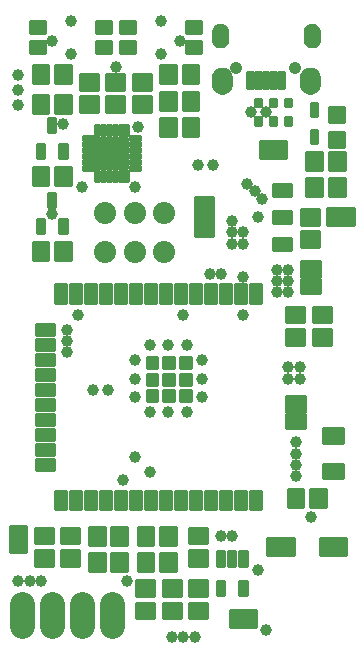
<source format=gts>
G75*
%MOIN*%
%OFA0B0*%
%FSLAX25Y25*%
%IPPOS*%
%LPD*%
%AMOC8*
5,1,8,0,0,1.08239X$1,22.5*
%
%ADD10C,0.03953*%
%ADD11C,0.01224*%
%ADD12C,0.01194*%
%ADD13C,0.01202*%
%ADD14C,0.01185*%
%ADD15C,0.01208*%
%ADD16C,0.01185*%
%ADD17C,0.01177*%
%ADD18C,0.01187*%
%ADD19C,0.01176*%
%ADD20R,0.07200X0.00600*%
%ADD21C,0.01192*%
%ADD22C,0.04150*%
%ADD23C,0.00039*%
%ADD24C,0.01227*%
%ADD25C,0.07378*%
%ADD26C,0.08200*%
%ADD27C,0.01200*%
%ADD28C,0.01214*%
%ADD29C,0.01237*%
D10*
X0007500Y0026250D03*
X0011250Y0026250D03*
X0015000Y0026250D03*
X0043750Y0026250D03*
X0058750Y0007500D03*
X0062500Y0007500D03*
X0066250Y0007500D03*
X0087500Y0030000D03*
X0078750Y0041250D03*
X0075000Y0041250D03*
X0051250Y0062500D03*
X0046250Y0067500D03*
X0042500Y0060000D03*
X0051250Y0082500D03*
X0046250Y0087500D03*
X0046250Y0093750D03*
X0046250Y0100000D03*
X0051250Y0105000D03*
X0057500Y0105000D03*
X0063750Y0105000D03*
X0068750Y0100000D03*
X0068750Y0093750D03*
X0068750Y0087500D03*
X0063750Y0082500D03*
X0057500Y0082500D03*
X0037500Y0090000D03*
X0032500Y0090000D03*
X0023750Y0102500D03*
X0023750Y0106250D03*
X0023750Y0110000D03*
X0027500Y0115000D03*
X0018750Y0148750D03*
X0028750Y0157500D03*
X0036250Y0168750D03*
X0038750Y0166250D03*
X0041250Y0168750D03*
X0038750Y0171250D03*
X0047500Y0177500D03*
X0046250Y0157500D03*
X0067500Y0165000D03*
X0072500Y0165000D03*
X0083750Y0158750D03*
X0086250Y0156250D03*
X0088750Y0153750D03*
X0087500Y0147500D03*
X0082500Y0142500D03*
X0082500Y0138750D03*
X0078750Y0138750D03*
X0078750Y0142500D03*
X0078750Y0146250D03*
X0075000Y0128750D03*
X0071250Y0128750D03*
X0082500Y0127500D03*
X0093750Y0126250D03*
X0093750Y0122500D03*
X0097500Y0122500D03*
X0097500Y0126250D03*
X0097500Y0130000D03*
X0093750Y0130000D03*
X0082500Y0115000D03*
X0097500Y0097500D03*
X0097500Y0093750D03*
X0101250Y0093750D03*
X0101250Y0097500D03*
X0100000Y0072500D03*
X0100000Y0068750D03*
X0100000Y0065000D03*
X0100000Y0061250D03*
X0105000Y0047500D03*
X0090000Y0010000D03*
X0062500Y0115000D03*
X0022500Y0178750D03*
X0007500Y0185000D03*
X0007500Y0190000D03*
X0007500Y0195000D03*
X0018750Y0206250D03*
X0025000Y0202087D03*
X0025000Y0202087D03*
X0025000Y0212913D03*
X0025000Y0212913D03*
X0040000Y0197500D03*
X0055000Y0202087D03*
X0055000Y0202087D03*
X0061250Y0206250D03*
X0055000Y0212913D03*
X0055000Y0212913D03*
X0085000Y0182500D03*
X0090000Y0182500D03*
D11*
X0103813Y0169091D02*
X0108707Y0169091D01*
X0108707Y0163409D01*
X0103813Y0163409D01*
X0103813Y0169091D01*
X0103813Y0164572D02*
X0108707Y0164572D01*
X0108707Y0165735D02*
X0103813Y0165735D01*
X0103813Y0166898D02*
X0108707Y0166898D01*
X0108707Y0168061D02*
X0103813Y0168061D01*
X0103813Y0154659D02*
X0108707Y0154659D01*
X0103813Y0154659D02*
X0103813Y0160341D01*
X0108707Y0160341D01*
X0108707Y0154659D01*
X0108707Y0155822D02*
X0103813Y0155822D01*
X0103813Y0156985D02*
X0108707Y0156985D01*
X0108707Y0158148D02*
X0103813Y0158148D01*
X0103813Y0159311D02*
X0108707Y0159311D01*
X0111293Y0154659D02*
X0116187Y0154659D01*
X0111293Y0154659D02*
X0111293Y0160341D01*
X0116187Y0160341D01*
X0116187Y0154659D01*
X0116187Y0155822D02*
X0111293Y0155822D01*
X0111293Y0156985D02*
X0116187Y0156985D01*
X0116187Y0158148D02*
X0111293Y0158148D01*
X0111293Y0159311D02*
X0116187Y0159311D01*
X0116187Y0169091D02*
X0111293Y0169091D01*
X0116187Y0169091D02*
X0116187Y0163409D01*
X0111293Y0163409D01*
X0111293Y0169091D01*
X0111293Y0164572D02*
X0116187Y0164572D01*
X0116187Y0165735D02*
X0111293Y0165735D01*
X0111293Y0166898D02*
X0116187Y0166898D01*
X0116187Y0168061D02*
X0111293Y0168061D01*
X0102159Y0149937D02*
X0102159Y0145043D01*
X0102159Y0149937D02*
X0107841Y0149937D01*
X0107841Y0145043D01*
X0102159Y0145043D01*
X0102159Y0146206D02*
X0107841Y0146206D01*
X0107841Y0147369D02*
X0102159Y0147369D01*
X0102159Y0148532D02*
X0107841Y0148532D01*
X0107841Y0149695D02*
X0102159Y0149695D01*
X0102159Y0142457D02*
X0102159Y0137563D01*
X0102159Y0142457D02*
X0107841Y0142457D01*
X0107841Y0137563D01*
X0102159Y0137563D01*
X0102159Y0138726D02*
X0107841Y0138726D01*
X0107841Y0139889D02*
X0102159Y0139889D01*
X0102159Y0141052D02*
X0107841Y0141052D01*
X0107841Y0142215D02*
X0102159Y0142215D01*
X0102841Y0117437D02*
X0102841Y0112543D01*
X0097159Y0112543D01*
X0097159Y0117437D01*
X0102841Y0117437D01*
X0102841Y0113706D02*
X0097159Y0113706D01*
X0097159Y0114869D02*
X0102841Y0114869D01*
X0102841Y0116032D02*
X0097159Y0116032D01*
X0097159Y0117195D02*
X0102841Y0117195D01*
X0111591Y0117437D02*
X0111591Y0112543D01*
X0105909Y0112543D01*
X0105909Y0117437D01*
X0111591Y0117437D01*
X0111591Y0113706D02*
X0105909Y0113706D01*
X0105909Y0114869D02*
X0111591Y0114869D01*
X0111591Y0116032D02*
X0105909Y0116032D01*
X0105909Y0117195D02*
X0111591Y0117195D01*
X0111591Y0109957D02*
X0111591Y0105063D01*
X0105909Y0105063D01*
X0105909Y0109957D01*
X0111591Y0109957D01*
X0111591Y0106226D02*
X0105909Y0106226D01*
X0105909Y0107389D02*
X0111591Y0107389D01*
X0111591Y0108552D02*
X0105909Y0108552D01*
X0105909Y0109715D02*
X0111591Y0109715D01*
X0102841Y0109957D02*
X0102841Y0105063D01*
X0097159Y0105063D01*
X0097159Y0109957D01*
X0102841Y0109957D01*
X0102841Y0106226D02*
X0097159Y0106226D01*
X0097159Y0107389D02*
X0102841Y0107389D01*
X0102841Y0108552D02*
X0097159Y0108552D01*
X0097159Y0109715D02*
X0102841Y0109715D01*
X0102457Y0056591D02*
X0097563Y0056591D01*
X0102457Y0056591D02*
X0102457Y0050909D01*
X0097563Y0050909D01*
X0097563Y0056591D01*
X0097563Y0052072D02*
X0102457Y0052072D01*
X0102457Y0053235D02*
X0097563Y0053235D01*
X0097563Y0054398D02*
X0102457Y0054398D01*
X0102457Y0055561D02*
X0097563Y0055561D01*
X0105043Y0056591D02*
X0109937Y0056591D01*
X0109937Y0050909D01*
X0105043Y0050909D01*
X0105043Y0056591D01*
X0105043Y0052072D02*
X0109937Y0052072D01*
X0109937Y0053235D02*
X0105043Y0053235D01*
X0105043Y0054398D02*
X0109937Y0054398D01*
X0109937Y0055561D02*
X0105043Y0055561D01*
X0070341Y0043687D02*
X0070341Y0038793D01*
X0064659Y0038793D01*
X0064659Y0043687D01*
X0070341Y0043687D01*
X0070341Y0039956D02*
X0064659Y0039956D01*
X0064659Y0041119D02*
X0070341Y0041119D01*
X0070341Y0042282D02*
X0064659Y0042282D01*
X0064659Y0043445D02*
X0070341Y0043445D01*
X0070341Y0036207D02*
X0070341Y0031313D01*
X0064659Y0031313D01*
X0064659Y0036207D01*
X0070341Y0036207D01*
X0070341Y0032476D02*
X0064659Y0032476D01*
X0064659Y0033639D02*
X0070341Y0033639D01*
X0070341Y0034802D02*
X0064659Y0034802D01*
X0064659Y0035965D02*
X0070341Y0035965D01*
X0070341Y0026187D02*
X0070341Y0021293D01*
X0064659Y0021293D01*
X0064659Y0026187D01*
X0070341Y0026187D01*
X0070341Y0022456D02*
X0064659Y0022456D01*
X0064659Y0023619D02*
X0070341Y0023619D01*
X0070341Y0024782D02*
X0064659Y0024782D01*
X0064659Y0025945D02*
X0070341Y0025945D01*
X0070341Y0018707D02*
X0070341Y0013813D01*
X0064659Y0013813D01*
X0064659Y0018707D01*
X0070341Y0018707D01*
X0070341Y0014976D02*
X0064659Y0014976D01*
X0064659Y0016139D02*
X0070341Y0016139D01*
X0070341Y0017302D02*
X0064659Y0017302D01*
X0064659Y0018465D02*
X0070341Y0018465D01*
X0055909Y0018707D02*
X0055909Y0013813D01*
X0055909Y0018707D02*
X0061591Y0018707D01*
X0061591Y0013813D01*
X0055909Y0013813D01*
X0055909Y0014976D02*
X0061591Y0014976D01*
X0061591Y0016139D02*
X0055909Y0016139D01*
X0055909Y0017302D02*
X0061591Y0017302D01*
X0061591Y0018465D02*
X0055909Y0018465D01*
X0055909Y0021293D02*
X0055909Y0026187D01*
X0061591Y0026187D01*
X0061591Y0021293D01*
X0055909Y0021293D01*
X0055909Y0022456D02*
X0061591Y0022456D01*
X0061591Y0023619D02*
X0055909Y0023619D01*
X0055909Y0024782D02*
X0061591Y0024782D01*
X0061591Y0025945D02*
X0055909Y0025945D01*
X0047159Y0026187D02*
X0047159Y0021293D01*
X0047159Y0026187D02*
X0052841Y0026187D01*
X0052841Y0021293D01*
X0047159Y0021293D01*
X0047159Y0022456D02*
X0052841Y0022456D01*
X0052841Y0023619D02*
X0047159Y0023619D01*
X0047159Y0024782D02*
X0052841Y0024782D01*
X0052841Y0025945D02*
X0047159Y0025945D01*
X0047563Y0035341D02*
X0052457Y0035341D01*
X0052457Y0029659D01*
X0047563Y0029659D01*
X0047563Y0035341D01*
X0047563Y0030822D02*
X0052457Y0030822D01*
X0052457Y0031985D02*
X0047563Y0031985D01*
X0047563Y0033148D02*
X0052457Y0033148D01*
X0052457Y0034311D02*
X0047563Y0034311D01*
X0047563Y0038409D02*
X0052457Y0038409D01*
X0047563Y0038409D02*
X0047563Y0044091D01*
X0052457Y0044091D01*
X0052457Y0038409D01*
X0052457Y0039572D02*
X0047563Y0039572D01*
X0047563Y0040735D02*
X0052457Y0040735D01*
X0052457Y0041898D02*
X0047563Y0041898D01*
X0047563Y0043061D02*
X0052457Y0043061D01*
X0055043Y0038409D02*
X0059937Y0038409D01*
X0055043Y0038409D02*
X0055043Y0044091D01*
X0059937Y0044091D01*
X0059937Y0038409D01*
X0059937Y0039572D02*
X0055043Y0039572D01*
X0055043Y0040735D02*
X0059937Y0040735D01*
X0059937Y0041898D02*
X0055043Y0041898D01*
X0055043Y0043061D02*
X0059937Y0043061D01*
X0059937Y0035341D02*
X0055043Y0035341D01*
X0059937Y0035341D02*
X0059937Y0029659D01*
X0055043Y0029659D01*
X0055043Y0035341D01*
X0055043Y0030822D02*
X0059937Y0030822D01*
X0059937Y0031985D02*
X0055043Y0031985D01*
X0055043Y0033148D02*
X0059937Y0033148D01*
X0059937Y0034311D02*
X0055043Y0034311D01*
X0047159Y0018707D02*
X0047159Y0013813D01*
X0047159Y0018707D02*
X0052841Y0018707D01*
X0052841Y0013813D01*
X0047159Y0013813D01*
X0047159Y0014976D02*
X0052841Y0014976D01*
X0052841Y0016139D02*
X0047159Y0016139D01*
X0047159Y0017302D02*
X0052841Y0017302D01*
X0052841Y0018465D02*
X0047159Y0018465D01*
X0043687Y0029659D02*
X0038793Y0029659D01*
X0038793Y0035341D01*
X0043687Y0035341D01*
X0043687Y0029659D01*
X0043687Y0030822D02*
X0038793Y0030822D01*
X0038793Y0031985D02*
X0043687Y0031985D01*
X0043687Y0033148D02*
X0038793Y0033148D01*
X0038793Y0034311D02*
X0043687Y0034311D01*
X0043687Y0038409D02*
X0038793Y0038409D01*
X0038793Y0044091D01*
X0043687Y0044091D01*
X0043687Y0038409D01*
X0043687Y0039572D02*
X0038793Y0039572D01*
X0038793Y0040735D02*
X0043687Y0040735D01*
X0043687Y0041898D02*
X0038793Y0041898D01*
X0038793Y0043061D02*
X0043687Y0043061D01*
X0036207Y0038409D02*
X0031313Y0038409D01*
X0031313Y0044091D01*
X0036207Y0044091D01*
X0036207Y0038409D01*
X0036207Y0039572D02*
X0031313Y0039572D01*
X0031313Y0040735D02*
X0036207Y0040735D01*
X0036207Y0041898D02*
X0031313Y0041898D01*
X0031313Y0043061D02*
X0036207Y0043061D01*
X0036207Y0029659D02*
X0031313Y0029659D01*
X0031313Y0035341D01*
X0036207Y0035341D01*
X0036207Y0029659D01*
X0036207Y0030822D02*
X0031313Y0030822D01*
X0031313Y0031985D02*
X0036207Y0031985D01*
X0036207Y0033148D02*
X0031313Y0033148D01*
X0031313Y0034311D02*
X0036207Y0034311D01*
X0022159Y0036207D02*
X0022159Y0031313D01*
X0022159Y0036207D02*
X0027841Y0036207D01*
X0027841Y0031313D01*
X0022159Y0031313D01*
X0022159Y0032476D02*
X0027841Y0032476D01*
X0027841Y0033639D02*
X0022159Y0033639D01*
X0022159Y0034802D02*
X0027841Y0034802D01*
X0027841Y0035965D02*
X0022159Y0035965D01*
X0022159Y0038793D02*
X0022159Y0043687D01*
X0027841Y0043687D01*
X0027841Y0038793D01*
X0022159Y0038793D01*
X0022159Y0039956D02*
X0027841Y0039956D01*
X0027841Y0041119D02*
X0022159Y0041119D01*
X0022159Y0042282D02*
X0027841Y0042282D01*
X0027841Y0043445D02*
X0022159Y0043445D01*
X0019091Y0043687D02*
X0019091Y0038793D01*
X0013409Y0038793D01*
X0013409Y0043687D01*
X0019091Y0043687D01*
X0019091Y0039956D02*
X0013409Y0039956D01*
X0013409Y0041119D02*
X0019091Y0041119D01*
X0019091Y0042282D02*
X0013409Y0042282D01*
X0013409Y0043445D02*
X0019091Y0043445D01*
X0019091Y0036207D02*
X0019091Y0031313D01*
X0013409Y0031313D01*
X0013409Y0036207D01*
X0019091Y0036207D01*
X0019091Y0032476D02*
X0013409Y0032476D01*
X0013409Y0033639D02*
X0019091Y0033639D01*
X0019091Y0034802D02*
X0013409Y0034802D01*
X0013409Y0035965D02*
X0019091Y0035965D01*
X0020043Y0139091D02*
X0024937Y0139091D01*
X0024937Y0133409D01*
X0020043Y0133409D01*
X0020043Y0139091D01*
X0020043Y0134572D02*
X0024937Y0134572D01*
X0024937Y0135735D02*
X0020043Y0135735D01*
X0020043Y0136898D02*
X0024937Y0136898D01*
X0024937Y0138061D02*
X0020043Y0138061D01*
X0017457Y0139091D02*
X0012563Y0139091D01*
X0017457Y0139091D02*
X0017457Y0133409D01*
X0012563Y0133409D01*
X0012563Y0139091D01*
X0012563Y0134572D02*
X0017457Y0134572D01*
X0017457Y0135735D02*
X0012563Y0135735D01*
X0012563Y0136898D02*
X0017457Y0136898D01*
X0017457Y0138061D02*
X0012563Y0138061D01*
X0012563Y0164091D02*
X0017457Y0164091D01*
X0017457Y0158409D01*
X0012563Y0158409D01*
X0012563Y0164091D01*
X0012563Y0159572D02*
X0017457Y0159572D01*
X0017457Y0160735D02*
X0012563Y0160735D01*
X0012563Y0161898D02*
X0017457Y0161898D01*
X0017457Y0163061D02*
X0012563Y0163061D01*
X0020043Y0164091D02*
X0024937Y0164091D01*
X0024937Y0158409D01*
X0020043Y0158409D01*
X0020043Y0164091D01*
X0020043Y0159572D02*
X0024937Y0159572D01*
X0024937Y0160735D02*
X0020043Y0160735D01*
X0020043Y0161898D02*
X0024937Y0161898D01*
X0024937Y0163061D02*
X0020043Y0163061D01*
X0020043Y0187841D02*
X0024937Y0187841D01*
X0024937Y0182159D01*
X0020043Y0182159D01*
X0020043Y0187841D01*
X0020043Y0183322D02*
X0024937Y0183322D01*
X0024937Y0184485D02*
X0020043Y0184485D01*
X0020043Y0185648D02*
X0024937Y0185648D01*
X0024937Y0186811D02*
X0020043Y0186811D01*
X0017457Y0187841D02*
X0012563Y0187841D01*
X0017457Y0187841D02*
X0017457Y0182159D01*
X0012563Y0182159D01*
X0012563Y0187841D01*
X0012563Y0183322D02*
X0017457Y0183322D01*
X0017457Y0184485D02*
X0012563Y0184485D01*
X0012563Y0185648D02*
X0017457Y0185648D01*
X0017457Y0186811D02*
X0012563Y0186811D01*
X0012563Y0192159D02*
X0017457Y0192159D01*
X0012563Y0192159D02*
X0012563Y0197841D01*
X0017457Y0197841D01*
X0017457Y0192159D01*
X0017457Y0193322D02*
X0012563Y0193322D01*
X0012563Y0194485D02*
X0017457Y0194485D01*
X0017457Y0195648D02*
X0012563Y0195648D01*
X0012563Y0196811D02*
X0017457Y0196811D01*
X0020043Y0192159D02*
X0024937Y0192159D01*
X0020043Y0192159D02*
X0020043Y0197841D01*
X0024937Y0197841D01*
X0024937Y0192159D01*
X0024937Y0193322D02*
X0020043Y0193322D01*
X0020043Y0194485D02*
X0024937Y0194485D01*
X0024937Y0195648D02*
X0020043Y0195648D01*
X0020043Y0196811D02*
X0024937Y0196811D01*
X0028409Y0194937D02*
X0028409Y0190043D01*
X0028409Y0194937D02*
X0034091Y0194937D01*
X0034091Y0190043D01*
X0028409Y0190043D01*
X0028409Y0191206D02*
X0034091Y0191206D01*
X0034091Y0192369D02*
X0028409Y0192369D01*
X0028409Y0193532D02*
X0034091Y0193532D01*
X0034091Y0194695D02*
X0028409Y0194695D01*
X0028409Y0187457D02*
X0028409Y0182563D01*
X0028409Y0187457D02*
X0034091Y0187457D01*
X0034091Y0182563D01*
X0028409Y0182563D01*
X0028409Y0183726D02*
X0034091Y0183726D01*
X0034091Y0184889D02*
X0028409Y0184889D01*
X0028409Y0186052D02*
X0034091Y0186052D01*
X0034091Y0187215D02*
X0028409Y0187215D01*
X0037159Y0187457D02*
X0037159Y0182563D01*
X0037159Y0187457D02*
X0042841Y0187457D01*
X0042841Y0182563D01*
X0037159Y0182563D01*
X0037159Y0183726D02*
X0042841Y0183726D01*
X0042841Y0184889D02*
X0037159Y0184889D01*
X0037159Y0186052D02*
X0042841Y0186052D01*
X0042841Y0187215D02*
X0037159Y0187215D01*
X0037159Y0190043D02*
X0037159Y0194937D01*
X0042841Y0194937D01*
X0042841Y0190043D01*
X0037159Y0190043D01*
X0037159Y0191206D02*
X0042841Y0191206D01*
X0042841Y0192369D02*
X0037159Y0192369D01*
X0037159Y0193532D02*
X0042841Y0193532D01*
X0042841Y0194695D02*
X0037159Y0194695D01*
X0045909Y0194937D02*
X0045909Y0190043D01*
X0045909Y0194937D02*
X0051591Y0194937D01*
X0051591Y0190043D01*
X0045909Y0190043D01*
X0045909Y0191206D02*
X0051591Y0191206D01*
X0051591Y0192369D02*
X0045909Y0192369D01*
X0045909Y0193532D02*
X0051591Y0193532D01*
X0051591Y0194695D02*
X0045909Y0194695D01*
X0045909Y0187457D02*
X0045909Y0182563D01*
X0045909Y0187457D02*
X0051591Y0187457D01*
X0051591Y0182563D01*
X0045909Y0182563D01*
X0045909Y0183726D02*
X0051591Y0183726D01*
X0051591Y0184889D02*
X0045909Y0184889D01*
X0045909Y0186052D02*
X0051591Y0186052D01*
X0051591Y0187215D02*
X0045909Y0187215D01*
X0055063Y0183409D02*
X0059957Y0183409D01*
X0055063Y0183409D02*
X0055063Y0189091D01*
X0059957Y0189091D01*
X0059957Y0183409D01*
X0059957Y0184572D02*
X0055063Y0184572D01*
X0055063Y0185735D02*
X0059957Y0185735D01*
X0059957Y0186898D02*
X0055063Y0186898D01*
X0055063Y0188061D02*
X0059957Y0188061D01*
X0062543Y0183409D02*
X0067437Y0183409D01*
X0062543Y0183409D02*
X0062543Y0189091D01*
X0067437Y0189091D01*
X0067437Y0183409D01*
X0067437Y0184572D02*
X0062543Y0184572D01*
X0062543Y0185735D02*
X0067437Y0185735D01*
X0067437Y0186898D02*
X0062543Y0186898D01*
X0062543Y0188061D02*
X0067437Y0188061D01*
X0067437Y0197841D02*
X0062543Y0197841D01*
X0067437Y0197841D02*
X0067437Y0192159D01*
X0062543Y0192159D01*
X0062543Y0197841D01*
X0062543Y0193322D02*
X0067437Y0193322D01*
X0067437Y0194485D02*
X0062543Y0194485D01*
X0062543Y0195648D02*
X0067437Y0195648D01*
X0067437Y0196811D02*
X0062543Y0196811D01*
X0059957Y0197841D02*
X0055063Y0197841D01*
X0059957Y0197841D02*
X0059957Y0192159D01*
X0055063Y0192159D01*
X0055063Y0197841D01*
X0055063Y0193322D02*
X0059957Y0193322D01*
X0059957Y0194485D02*
X0055063Y0194485D01*
X0055063Y0195648D02*
X0059957Y0195648D01*
X0059957Y0196811D02*
X0055063Y0196811D01*
X0055063Y0174659D02*
X0059957Y0174659D01*
X0055063Y0174659D02*
X0055063Y0180341D01*
X0059957Y0180341D01*
X0059957Y0174659D01*
X0059957Y0175822D02*
X0055063Y0175822D01*
X0055063Y0176985D02*
X0059957Y0176985D01*
X0059957Y0178148D02*
X0055063Y0178148D01*
X0055063Y0179311D02*
X0059957Y0179311D01*
X0062543Y0174659D02*
X0067437Y0174659D01*
X0062543Y0174659D02*
X0062543Y0180341D01*
X0067437Y0180341D01*
X0067437Y0174659D01*
X0067437Y0175822D02*
X0062543Y0175822D01*
X0062543Y0176985D02*
X0067437Y0176985D01*
X0067437Y0178148D02*
X0062543Y0178148D01*
X0062543Y0179311D02*
X0067437Y0179311D01*
D12*
X0086770Y0178424D02*
X0086770Y0180474D01*
X0088230Y0180474D01*
X0088230Y0178424D01*
X0086770Y0178424D01*
X0086770Y0179558D02*
X0088230Y0179558D01*
X0086770Y0184526D02*
X0086770Y0186576D01*
X0088230Y0186576D01*
X0088230Y0184526D01*
X0086770Y0184526D01*
X0086770Y0185660D02*
X0088230Y0185660D01*
X0091770Y0186576D02*
X0091770Y0184526D01*
X0091770Y0186576D02*
X0093230Y0186576D01*
X0093230Y0184526D01*
X0091770Y0184526D01*
X0091770Y0185660D02*
X0093230Y0185660D01*
X0096770Y0186576D02*
X0096770Y0184526D01*
X0096770Y0186576D02*
X0098230Y0186576D01*
X0098230Y0184526D01*
X0096770Y0184526D01*
X0096770Y0185660D02*
X0098230Y0185660D01*
X0096770Y0180474D02*
X0096770Y0178424D01*
X0096770Y0180474D02*
X0098230Y0180474D01*
X0098230Y0178424D01*
X0096770Y0178424D01*
X0096770Y0179558D02*
X0098230Y0179558D01*
X0091770Y0180474D02*
X0091770Y0178424D01*
X0091770Y0180474D02*
X0093230Y0180474D01*
X0093230Y0178424D01*
X0091770Y0178424D01*
X0091770Y0179558D02*
X0093230Y0179558D01*
D13*
X0111489Y0179373D02*
X0116011Y0179373D01*
X0111489Y0179373D02*
X0111489Y0183895D01*
X0116011Y0183895D01*
X0116011Y0179373D01*
X0116011Y0180515D02*
X0111489Y0180515D01*
X0111489Y0181657D02*
X0116011Y0181657D01*
X0116011Y0182799D02*
X0111489Y0182799D01*
X0111489Y0171105D02*
X0116011Y0171105D01*
X0111489Y0171105D02*
X0111489Y0175627D01*
X0116011Y0175627D01*
X0116011Y0171105D01*
X0116011Y0172247D02*
X0111489Y0172247D01*
X0111489Y0173389D02*
X0116011Y0173389D01*
X0116011Y0174531D02*
X0111489Y0174531D01*
X0109452Y0076917D02*
X0109452Y0072395D01*
X0109452Y0076917D02*
X0115548Y0076917D01*
X0115548Y0072395D01*
X0109452Y0072395D01*
X0109452Y0073537D02*
X0115548Y0073537D01*
X0115548Y0074679D02*
X0109452Y0074679D01*
X0109452Y0075821D02*
X0115548Y0075821D01*
X0109452Y0065105D02*
X0109452Y0060583D01*
X0109452Y0065105D02*
X0115548Y0065105D01*
X0115548Y0060583D01*
X0109452Y0060583D01*
X0109452Y0061725D02*
X0115548Y0061725D01*
X0115548Y0062867D02*
X0109452Y0062867D01*
X0109452Y0064009D02*
X0115548Y0064009D01*
D14*
X0098254Y0140262D02*
X0092730Y0140262D01*
X0098254Y0140262D02*
X0098254Y0136706D01*
X0092730Y0136706D01*
X0092730Y0140262D01*
X0092730Y0137832D02*
X0098254Y0137832D01*
X0098254Y0138958D02*
X0092730Y0138958D01*
X0092730Y0140084D02*
X0098254Y0140084D01*
X0098254Y0149278D02*
X0092730Y0149278D01*
X0098254Y0149278D02*
X0098254Y0145722D01*
X0092730Y0145722D01*
X0092730Y0149278D01*
X0092730Y0146848D02*
X0098254Y0146848D01*
X0098254Y0147974D02*
X0092730Y0147974D01*
X0092730Y0149100D02*
X0098254Y0149100D01*
X0098254Y0158294D02*
X0092730Y0158294D01*
X0098254Y0158294D02*
X0098254Y0154738D01*
X0092730Y0154738D01*
X0092730Y0158294D01*
X0092730Y0155864D02*
X0098254Y0155864D01*
X0098254Y0156990D02*
X0092730Y0156990D01*
X0092730Y0158116D02*
X0098254Y0158116D01*
D15*
X0066758Y0153793D02*
X0066758Y0141207D01*
X0066758Y0153793D02*
X0072258Y0153793D01*
X0072258Y0141207D01*
X0066758Y0141207D01*
X0066758Y0142355D02*
X0072258Y0142355D01*
X0072258Y0143503D02*
X0066758Y0143503D01*
X0066758Y0144651D02*
X0072258Y0144651D01*
X0072258Y0145799D02*
X0066758Y0145799D01*
X0066758Y0146947D02*
X0072258Y0146947D01*
X0072258Y0148095D02*
X0066758Y0148095D01*
X0066758Y0149243D02*
X0072258Y0149243D01*
X0072258Y0150391D02*
X0066758Y0150391D01*
X0066758Y0151539D02*
X0072258Y0151539D01*
X0072258Y0152687D02*
X0066758Y0152687D01*
D16*
X0068294Y0206030D02*
X0063754Y0206030D01*
X0068294Y0206030D02*
X0068294Y0202278D01*
X0063754Y0202278D01*
X0063754Y0206030D01*
X0063754Y0203404D02*
X0068294Y0203404D01*
X0068294Y0204530D02*
X0063754Y0204530D01*
X0063754Y0205656D02*
X0068294Y0205656D01*
X0068294Y0212722D02*
X0063754Y0212722D01*
X0068294Y0212722D02*
X0068294Y0208970D01*
X0063754Y0208970D01*
X0063754Y0212722D01*
X0063754Y0210096D02*
X0068294Y0210096D01*
X0068294Y0211222D02*
X0063754Y0211222D01*
X0063754Y0212348D02*
X0068294Y0212348D01*
X0046246Y0212722D02*
X0041706Y0212722D01*
X0046246Y0212722D02*
X0046246Y0208970D01*
X0041706Y0208970D01*
X0041706Y0212722D01*
X0041706Y0210096D02*
X0046246Y0210096D01*
X0046246Y0211222D02*
X0041706Y0211222D01*
X0041706Y0212348D02*
X0046246Y0212348D01*
X0046246Y0206030D02*
X0041706Y0206030D01*
X0046246Y0206030D02*
X0046246Y0202278D01*
X0041706Y0202278D01*
X0041706Y0206030D01*
X0041706Y0203404D02*
X0046246Y0203404D01*
X0046246Y0204530D02*
X0041706Y0204530D01*
X0041706Y0205656D02*
X0046246Y0205656D01*
X0038294Y0206030D02*
X0033754Y0206030D01*
X0038294Y0206030D02*
X0038294Y0202278D01*
X0033754Y0202278D01*
X0033754Y0206030D01*
X0033754Y0203404D02*
X0038294Y0203404D01*
X0038294Y0204530D02*
X0033754Y0204530D01*
X0033754Y0205656D02*
X0038294Y0205656D01*
X0038294Y0212722D02*
X0033754Y0212722D01*
X0038294Y0212722D02*
X0038294Y0208970D01*
X0033754Y0208970D01*
X0033754Y0212722D01*
X0033754Y0210096D02*
X0038294Y0210096D01*
X0038294Y0211222D02*
X0033754Y0211222D01*
X0033754Y0212348D02*
X0038294Y0212348D01*
X0016246Y0212722D02*
X0011706Y0212722D01*
X0016246Y0212722D02*
X0016246Y0208970D01*
X0011706Y0208970D01*
X0011706Y0212722D01*
X0011706Y0210096D02*
X0016246Y0210096D01*
X0016246Y0211222D02*
X0011706Y0211222D01*
X0011706Y0212348D02*
X0016246Y0212348D01*
X0016246Y0206030D02*
X0011706Y0206030D01*
X0016246Y0206030D02*
X0016246Y0202278D01*
X0011706Y0202278D01*
X0011706Y0206030D01*
X0011706Y0203404D02*
X0016246Y0203404D01*
X0016246Y0204530D02*
X0011706Y0204530D01*
X0011706Y0205656D02*
X0016246Y0205656D01*
D17*
X0019843Y0180158D02*
X0019843Y0176004D01*
X0017657Y0176004D01*
X0017657Y0180158D01*
X0019843Y0180158D01*
X0019843Y0177122D02*
X0017657Y0177122D01*
X0017657Y0178240D02*
X0019843Y0178240D01*
X0019843Y0179358D02*
X0017657Y0179358D01*
X0016103Y0171496D02*
X0016103Y0167342D01*
X0013917Y0167342D01*
X0013917Y0171496D01*
X0016103Y0171496D01*
X0016103Y0168460D02*
X0013917Y0168460D01*
X0013917Y0169578D02*
X0016103Y0169578D01*
X0016103Y0170696D02*
X0013917Y0170696D01*
X0023583Y0171496D02*
X0023583Y0167342D01*
X0021397Y0167342D01*
X0021397Y0171496D01*
X0023583Y0171496D01*
X0023583Y0168460D02*
X0021397Y0168460D01*
X0021397Y0169578D02*
X0023583Y0169578D01*
X0023583Y0170696D02*
X0021397Y0170696D01*
X0019843Y0155158D02*
X0019843Y0151004D01*
X0017657Y0151004D01*
X0017657Y0155158D01*
X0019843Y0155158D01*
X0019843Y0152122D02*
X0017657Y0152122D01*
X0017657Y0153240D02*
X0019843Y0153240D01*
X0019843Y0154358D02*
X0017657Y0154358D01*
X0016103Y0146496D02*
X0016103Y0142342D01*
X0013917Y0142342D01*
X0013917Y0146496D01*
X0016103Y0146496D01*
X0016103Y0143460D02*
X0013917Y0143460D01*
X0013917Y0144578D02*
X0016103Y0144578D01*
X0016103Y0145696D02*
X0013917Y0145696D01*
X0023583Y0146496D02*
X0023583Y0142342D01*
X0021397Y0142342D01*
X0021397Y0146496D01*
X0023583Y0146496D01*
X0023583Y0143460D02*
X0021397Y0143460D01*
X0021397Y0144578D02*
X0023583Y0144578D01*
X0023583Y0145696D02*
X0021397Y0145696D01*
X0073917Y0035945D02*
X0073917Y0031397D01*
X0073917Y0035945D02*
X0076103Y0035945D01*
X0076103Y0031397D01*
X0073917Y0031397D01*
X0073917Y0032515D02*
X0076103Y0032515D01*
X0076103Y0033633D02*
X0073917Y0033633D01*
X0073917Y0034751D02*
X0076103Y0034751D01*
X0076103Y0035869D02*
X0073917Y0035869D01*
X0077657Y0035945D02*
X0077657Y0031397D01*
X0077657Y0035945D02*
X0079843Y0035945D01*
X0079843Y0031397D01*
X0077657Y0031397D01*
X0077657Y0032515D02*
X0079843Y0032515D01*
X0079843Y0033633D02*
X0077657Y0033633D01*
X0077657Y0034751D02*
X0079843Y0034751D01*
X0079843Y0035869D02*
X0077657Y0035869D01*
X0081397Y0035945D02*
X0081397Y0031397D01*
X0081397Y0035945D02*
X0083583Y0035945D01*
X0083583Y0031397D01*
X0081397Y0031397D01*
X0081397Y0032515D02*
X0083583Y0032515D01*
X0083583Y0033633D02*
X0081397Y0033633D01*
X0081397Y0034751D02*
X0083583Y0034751D01*
X0083583Y0035869D02*
X0081397Y0035869D01*
X0081397Y0026103D02*
X0081397Y0021555D01*
X0081397Y0026103D02*
X0083583Y0026103D01*
X0083583Y0021555D01*
X0081397Y0021555D01*
X0081397Y0022673D02*
X0083583Y0022673D01*
X0083583Y0023791D02*
X0081397Y0023791D01*
X0081397Y0024909D02*
X0083583Y0024909D01*
X0083583Y0026027D02*
X0081397Y0026027D01*
X0073917Y0026103D02*
X0073917Y0021555D01*
X0073917Y0026103D02*
X0076103Y0026103D01*
X0076103Y0021555D01*
X0073917Y0021555D01*
X0073917Y0022673D02*
X0076103Y0022673D01*
X0076103Y0023791D02*
X0073917Y0023791D01*
X0073917Y0024909D02*
X0076103Y0024909D01*
X0076103Y0026027D02*
X0073917Y0026027D01*
D18*
X0105359Y0172152D02*
X0105359Y0176198D01*
X0107141Y0176198D01*
X0107141Y0172152D01*
X0105359Y0172152D01*
X0105359Y0173280D02*
X0107141Y0173280D01*
X0107141Y0174408D02*
X0105359Y0174408D01*
X0105359Y0175536D02*
X0107141Y0175536D01*
X0105359Y0181302D02*
X0105359Y0185348D01*
X0107141Y0185348D01*
X0107141Y0181302D01*
X0105359Y0181302D01*
X0105359Y0182430D02*
X0107141Y0182430D01*
X0107141Y0183558D02*
X0105359Y0183558D01*
X0105359Y0184686D02*
X0107141Y0184686D01*
D19*
X0101938Y0132712D02*
X0101938Y0128288D01*
X0101938Y0132712D02*
X0108062Y0132712D01*
X0108062Y0128288D01*
X0101938Y0128288D01*
X0101938Y0129405D02*
X0108062Y0129405D01*
X0108062Y0130522D02*
X0101938Y0130522D01*
X0101938Y0131639D02*
X0108062Y0131639D01*
X0101938Y0126712D02*
X0101938Y0122288D01*
X0101938Y0126712D02*
X0108062Y0126712D01*
X0108062Y0122288D01*
X0101938Y0122288D01*
X0101938Y0123405D02*
X0108062Y0123405D01*
X0108062Y0124522D02*
X0101938Y0124522D01*
X0101938Y0125639D02*
X0108062Y0125639D01*
X0096938Y0087712D02*
X0096938Y0083288D01*
X0096938Y0087712D02*
X0103062Y0087712D01*
X0103062Y0083288D01*
X0096938Y0083288D01*
X0096938Y0084405D02*
X0103062Y0084405D01*
X0103062Y0085522D02*
X0096938Y0085522D01*
X0096938Y0086639D02*
X0103062Y0086639D01*
X0096938Y0081712D02*
X0096938Y0077288D01*
X0096938Y0081712D02*
X0103062Y0081712D01*
X0103062Y0077288D01*
X0096938Y0077288D01*
X0096938Y0078405D02*
X0103062Y0078405D01*
X0103062Y0079522D02*
X0096938Y0079522D01*
X0096938Y0080639D02*
X0103062Y0080639D01*
D20*
X0100000Y0082500D03*
X0105000Y0127500D03*
D21*
X0095908Y0195546D02*
X0094328Y0195546D01*
X0095908Y0195546D02*
X0095908Y0190620D01*
X0094328Y0190620D01*
X0094328Y0195546D01*
X0094328Y0191752D02*
X0095908Y0191752D01*
X0095908Y0192884D02*
X0094328Y0192884D01*
X0094328Y0194016D02*
X0095908Y0194016D01*
X0095908Y0195148D02*
X0094328Y0195148D01*
X0093349Y0195546D02*
X0091769Y0195546D01*
X0093349Y0195546D02*
X0093349Y0190620D01*
X0091769Y0190620D01*
X0091769Y0195546D01*
X0091769Y0191752D02*
X0093349Y0191752D01*
X0093349Y0192884D02*
X0091769Y0192884D01*
X0091769Y0194016D02*
X0093349Y0194016D01*
X0093349Y0195148D02*
X0091769Y0195148D01*
X0090790Y0195546D02*
X0089210Y0195546D01*
X0090790Y0195546D02*
X0090790Y0190620D01*
X0089210Y0190620D01*
X0089210Y0195546D01*
X0089210Y0191752D02*
X0090790Y0191752D01*
X0090790Y0192884D02*
X0089210Y0192884D01*
X0089210Y0194016D02*
X0090790Y0194016D01*
X0090790Y0195148D02*
X0089210Y0195148D01*
X0088231Y0195546D02*
X0086651Y0195546D01*
X0088231Y0195546D02*
X0088231Y0190620D01*
X0086651Y0190620D01*
X0086651Y0195546D01*
X0086651Y0191752D02*
X0088231Y0191752D01*
X0088231Y0192884D02*
X0086651Y0192884D01*
X0086651Y0194016D02*
X0088231Y0194016D01*
X0088231Y0195148D02*
X0086651Y0195148D01*
X0085672Y0195546D02*
X0084092Y0195546D01*
X0085672Y0195546D02*
X0085672Y0190620D01*
X0084092Y0190620D01*
X0084092Y0195546D01*
X0084092Y0191752D02*
X0085672Y0191752D01*
X0085672Y0192884D02*
X0084092Y0192884D01*
X0084092Y0194016D02*
X0085672Y0194016D01*
X0085672Y0195148D02*
X0084092Y0195148D01*
D22*
X0080157Y0197217D03*
X0099843Y0197217D03*
D23*
X0101994Y0195998D02*
X0107337Y0195998D01*
X0107359Y0195960D02*
X0101972Y0195960D01*
X0101950Y0195923D02*
X0107381Y0195923D01*
X0107403Y0195885D02*
X0101928Y0195885D01*
X0101906Y0195847D02*
X0107425Y0195847D01*
X0107446Y0195809D02*
X0101884Y0195809D01*
X0101862Y0195771D02*
X0107468Y0195771D01*
X0107490Y0195733D02*
X0101841Y0195733D01*
X0101819Y0195695D02*
X0107512Y0195695D01*
X0107534Y0195657D02*
X0101797Y0195657D01*
X0101775Y0195620D02*
X0107556Y0195620D01*
X0107578Y0195582D02*
X0101753Y0195582D01*
X0101731Y0195544D02*
X0107599Y0195544D01*
X0107621Y0195506D02*
X0101709Y0195506D01*
X0101698Y0195486D02*
X0102038Y0196074D01*
X0102037Y0196074D02*
X0107293Y0196074D01*
X0107633Y0195486D01*
X0107842Y0194841D01*
X0107913Y0194165D01*
X0107913Y0192000D01*
X0107842Y0191325D01*
X0107633Y0190679D01*
X0107293Y0190091D01*
X0106839Y0189586D01*
X0106289Y0189187D01*
X0105669Y0188911D01*
X0105005Y0188770D01*
X0104326Y0188770D01*
X0103662Y0188911D01*
X0103041Y0189187D01*
X0102492Y0189586D01*
X0102038Y0190091D01*
X0101698Y0190679D01*
X0101488Y0191325D01*
X0101417Y0192000D01*
X0101417Y0194165D01*
X0101488Y0194841D01*
X0101698Y0195486D01*
X0101692Y0195468D02*
X0107639Y0195468D01*
X0107651Y0195430D02*
X0101680Y0195430D01*
X0101668Y0195392D02*
X0107663Y0195392D01*
X0107675Y0195354D02*
X0101655Y0195354D01*
X0101643Y0195316D02*
X0107688Y0195316D01*
X0107700Y0195279D02*
X0101631Y0195279D01*
X0101618Y0195241D02*
X0107712Y0195241D01*
X0107725Y0195203D02*
X0101606Y0195203D01*
X0101594Y0195165D02*
X0107737Y0195165D01*
X0107749Y0195127D02*
X0101581Y0195127D01*
X0101569Y0195089D02*
X0107762Y0195089D01*
X0107774Y0195051D02*
X0101557Y0195051D01*
X0101544Y0195013D02*
X0107786Y0195013D01*
X0107799Y0194976D02*
X0101532Y0194976D01*
X0101520Y0194938D02*
X0107811Y0194938D01*
X0107823Y0194900D02*
X0101508Y0194900D01*
X0101495Y0194862D02*
X0107835Y0194862D01*
X0107844Y0194824D02*
X0101487Y0194824D01*
X0101483Y0194786D02*
X0107848Y0194786D01*
X0107852Y0194748D02*
X0101479Y0194748D01*
X0101475Y0194710D02*
X0107856Y0194710D01*
X0107860Y0194673D02*
X0101471Y0194673D01*
X0101467Y0194635D02*
X0107864Y0194635D01*
X0107868Y0194597D02*
X0101463Y0194597D01*
X0101459Y0194559D02*
X0107872Y0194559D01*
X0107876Y0194521D02*
X0101455Y0194521D01*
X0101451Y0194483D02*
X0107880Y0194483D01*
X0107884Y0194445D02*
X0101447Y0194445D01*
X0101443Y0194407D02*
X0107888Y0194407D01*
X0107892Y0194369D02*
X0101439Y0194369D01*
X0101435Y0194332D02*
X0107896Y0194332D01*
X0107900Y0194294D02*
X0101431Y0194294D01*
X0101427Y0194256D02*
X0107904Y0194256D01*
X0107908Y0194218D02*
X0101423Y0194218D01*
X0101419Y0194180D02*
X0107912Y0194180D01*
X0107913Y0194142D02*
X0101417Y0194142D01*
X0101417Y0194104D02*
X0107913Y0194104D01*
X0107913Y0194066D02*
X0101417Y0194066D01*
X0101417Y0194029D02*
X0107913Y0194029D01*
X0107913Y0193991D02*
X0101417Y0193991D01*
X0101417Y0193953D02*
X0107913Y0193953D01*
X0107913Y0193915D02*
X0101417Y0193915D01*
X0101417Y0193877D02*
X0107913Y0193877D01*
X0107913Y0193839D02*
X0101417Y0193839D01*
X0101417Y0193801D02*
X0107913Y0193801D01*
X0107913Y0193763D02*
X0101417Y0193763D01*
X0101417Y0193725D02*
X0107913Y0193725D01*
X0107913Y0193688D02*
X0101417Y0193688D01*
X0101417Y0193650D02*
X0107913Y0193650D01*
X0107913Y0193612D02*
X0101417Y0193612D01*
X0101417Y0193574D02*
X0107913Y0193574D01*
X0107913Y0193536D02*
X0101417Y0193536D01*
X0101417Y0193498D02*
X0107913Y0193498D01*
X0107913Y0193460D02*
X0101417Y0193460D01*
X0101417Y0193422D02*
X0107913Y0193422D01*
X0107913Y0193385D02*
X0101417Y0193385D01*
X0101417Y0193347D02*
X0107913Y0193347D01*
X0107913Y0193309D02*
X0101417Y0193309D01*
X0101417Y0193271D02*
X0107913Y0193271D01*
X0107913Y0193233D02*
X0101417Y0193233D01*
X0101417Y0193195D02*
X0107913Y0193195D01*
X0107913Y0193157D02*
X0101417Y0193157D01*
X0101417Y0193119D02*
X0107913Y0193119D01*
X0107913Y0193081D02*
X0101417Y0193081D01*
X0101417Y0193044D02*
X0107913Y0193044D01*
X0107913Y0193006D02*
X0101417Y0193006D01*
X0101417Y0192968D02*
X0107913Y0192968D01*
X0107913Y0192930D02*
X0101417Y0192930D01*
X0101417Y0192892D02*
X0107913Y0192892D01*
X0107913Y0192854D02*
X0101417Y0192854D01*
X0101417Y0192816D02*
X0107913Y0192816D01*
X0107913Y0192778D02*
X0101417Y0192778D01*
X0101417Y0192741D02*
X0107913Y0192741D01*
X0107913Y0192703D02*
X0101417Y0192703D01*
X0101417Y0192665D02*
X0107913Y0192665D01*
X0107913Y0192627D02*
X0101417Y0192627D01*
X0101417Y0192589D02*
X0107913Y0192589D01*
X0107913Y0192551D02*
X0101417Y0192551D01*
X0101417Y0192513D02*
X0107913Y0192513D01*
X0107913Y0192475D02*
X0101417Y0192475D01*
X0101417Y0192437D02*
X0107913Y0192437D01*
X0107913Y0192400D02*
X0101417Y0192400D01*
X0101417Y0192362D02*
X0107913Y0192362D01*
X0107913Y0192324D02*
X0101417Y0192324D01*
X0101417Y0192286D02*
X0107913Y0192286D01*
X0107913Y0192248D02*
X0101417Y0192248D01*
X0101417Y0192210D02*
X0107913Y0192210D01*
X0107913Y0192172D02*
X0101417Y0192172D01*
X0101417Y0192134D02*
X0107913Y0192134D01*
X0107913Y0192097D02*
X0101417Y0192097D01*
X0101417Y0192059D02*
X0107913Y0192059D01*
X0107913Y0192021D02*
X0101417Y0192021D01*
X0101419Y0191983D02*
X0107912Y0191983D01*
X0107908Y0191945D02*
X0101423Y0191945D01*
X0101427Y0191907D02*
X0107904Y0191907D01*
X0107900Y0191869D02*
X0101431Y0191869D01*
X0101435Y0191831D02*
X0107896Y0191831D01*
X0107892Y0191794D02*
X0101439Y0191794D01*
X0101443Y0191756D02*
X0107888Y0191756D01*
X0107884Y0191718D02*
X0101447Y0191718D01*
X0101451Y0191680D02*
X0107880Y0191680D01*
X0107876Y0191642D02*
X0101455Y0191642D01*
X0101459Y0191604D02*
X0107872Y0191604D01*
X0107868Y0191566D02*
X0101463Y0191566D01*
X0101467Y0191528D02*
X0107864Y0191528D01*
X0107860Y0191490D02*
X0101471Y0191490D01*
X0101475Y0191453D02*
X0107856Y0191453D01*
X0107852Y0191415D02*
X0101479Y0191415D01*
X0101483Y0191377D02*
X0107848Y0191377D01*
X0107844Y0191339D02*
X0101487Y0191339D01*
X0101496Y0191301D02*
X0107835Y0191301D01*
X0107822Y0191263D02*
X0101508Y0191263D01*
X0101521Y0191225D02*
X0107810Y0191225D01*
X0107798Y0191187D02*
X0101533Y0191187D01*
X0101545Y0191150D02*
X0107786Y0191150D01*
X0107773Y0191112D02*
X0101558Y0191112D01*
X0101570Y0191074D02*
X0107761Y0191074D01*
X0107749Y0191036D02*
X0101582Y0191036D01*
X0101594Y0190998D02*
X0107736Y0190998D01*
X0107724Y0190960D02*
X0101607Y0190960D01*
X0101619Y0190922D02*
X0107712Y0190922D01*
X0107699Y0190884D02*
X0101631Y0190884D01*
X0101644Y0190846D02*
X0107687Y0190846D01*
X0107675Y0190809D02*
X0101656Y0190809D01*
X0101668Y0190771D02*
X0107662Y0190771D01*
X0107650Y0190733D02*
X0101681Y0190733D01*
X0101693Y0190695D02*
X0107638Y0190695D01*
X0107620Y0190657D02*
X0101711Y0190657D01*
X0101733Y0190619D02*
X0107598Y0190619D01*
X0107576Y0190581D02*
X0101754Y0190581D01*
X0101776Y0190543D02*
X0107554Y0190543D01*
X0107532Y0190506D02*
X0101798Y0190506D01*
X0101820Y0190468D02*
X0107511Y0190468D01*
X0107489Y0190430D02*
X0101842Y0190430D01*
X0101864Y0190392D02*
X0107467Y0190392D01*
X0107445Y0190354D02*
X0101886Y0190354D01*
X0101908Y0190316D02*
X0107423Y0190316D01*
X0107401Y0190278D02*
X0101929Y0190278D01*
X0101951Y0190240D02*
X0107379Y0190240D01*
X0107358Y0190202D02*
X0101973Y0190202D01*
X0101995Y0190165D02*
X0107336Y0190165D01*
X0107314Y0190127D02*
X0102017Y0190127D01*
X0102039Y0190089D02*
X0107291Y0190089D01*
X0107257Y0190051D02*
X0102074Y0190051D01*
X0102108Y0190013D02*
X0107223Y0190013D01*
X0107189Y0189975D02*
X0102142Y0189975D01*
X0102176Y0189937D02*
X0107155Y0189937D01*
X0107121Y0189899D02*
X0102210Y0189899D01*
X0102244Y0189862D02*
X0107087Y0189862D01*
X0107052Y0189824D02*
X0102278Y0189824D01*
X0102312Y0189786D02*
X0107018Y0189786D01*
X0106984Y0189748D02*
X0102346Y0189748D01*
X0102381Y0189710D02*
X0106950Y0189710D01*
X0106916Y0189672D02*
X0102415Y0189672D01*
X0102449Y0189634D02*
X0106882Y0189634D01*
X0106848Y0189596D02*
X0102483Y0189596D01*
X0102530Y0189559D02*
X0106801Y0189559D01*
X0106748Y0189521D02*
X0102582Y0189521D01*
X0102634Y0189483D02*
X0106696Y0189483D01*
X0106644Y0189445D02*
X0102687Y0189445D01*
X0102739Y0189407D02*
X0106592Y0189407D01*
X0106540Y0189369D02*
X0102791Y0189369D01*
X0102843Y0189331D02*
X0106488Y0189331D01*
X0106436Y0189293D02*
X0102895Y0189293D01*
X0102947Y0189255D02*
X0106383Y0189255D01*
X0106331Y0189218D02*
X0102999Y0189218D01*
X0103058Y0189180D02*
X0106273Y0189180D01*
X0106188Y0189142D02*
X0103143Y0189142D01*
X0103228Y0189104D02*
X0106103Y0189104D01*
X0106017Y0189066D02*
X0103313Y0189066D01*
X0103398Y0189028D02*
X0105932Y0189028D01*
X0105847Y0188990D02*
X0103483Y0188990D01*
X0103569Y0188952D02*
X0105762Y0188952D01*
X0105677Y0188915D02*
X0103654Y0188915D01*
X0103823Y0188877D02*
X0105508Y0188877D01*
X0105330Y0188839D02*
X0104001Y0188839D01*
X0104179Y0188801D02*
X0105151Y0188801D01*
X0107315Y0196036D02*
X0102016Y0196036D01*
X0102038Y0196074D02*
X0102492Y0196579D01*
X0103041Y0196978D01*
X0103662Y0197254D01*
X0104326Y0197396D01*
X0105005Y0197396D01*
X0105669Y0197254D01*
X0106289Y0196978D01*
X0106839Y0196579D01*
X0107293Y0196074D01*
X0107259Y0196112D02*
X0102071Y0196112D01*
X0102106Y0196150D02*
X0107225Y0196150D01*
X0107191Y0196188D02*
X0102140Y0196188D01*
X0102174Y0196226D02*
X0107157Y0196226D01*
X0107123Y0196264D02*
X0102208Y0196264D01*
X0102242Y0196301D02*
X0107089Y0196301D01*
X0107055Y0196339D02*
X0102276Y0196339D01*
X0102310Y0196377D02*
X0107021Y0196377D01*
X0106986Y0196415D02*
X0102344Y0196415D01*
X0102378Y0196453D02*
X0106952Y0196453D01*
X0106918Y0196491D02*
X0102412Y0196491D01*
X0102447Y0196529D02*
X0106884Y0196529D01*
X0106850Y0196567D02*
X0102481Y0196567D01*
X0102527Y0196604D02*
X0106804Y0196604D01*
X0106752Y0196642D02*
X0102579Y0196642D01*
X0102631Y0196680D02*
X0106700Y0196680D01*
X0106647Y0196718D02*
X0102683Y0196718D01*
X0102735Y0196756D02*
X0106595Y0196756D01*
X0106543Y0196794D02*
X0102788Y0196794D01*
X0102840Y0196832D02*
X0106491Y0196832D01*
X0106439Y0196870D02*
X0102892Y0196870D01*
X0102944Y0196908D02*
X0106387Y0196908D01*
X0106335Y0196945D02*
X0102996Y0196945D01*
X0103053Y0196983D02*
X0106278Y0196983D01*
X0106193Y0197021D02*
X0103138Y0197021D01*
X0103223Y0197059D02*
X0106108Y0197059D01*
X0106023Y0197097D02*
X0103308Y0197097D01*
X0103393Y0197135D02*
X0105938Y0197135D01*
X0105853Y0197173D02*
X0103478Y0197173D01*
X0103563Y0197211D02*
X0105768Y0197211D01*
X0105682Y0197248D02*
X0103648Y0197248D01*
X0103812Y0197286D02*
X0105519Y0197286D01*
X0105341Y0197324D02*
X0103990Y0197324D01*
X0104168Y0197362D02*
X0105163Y0197362D01*
X0104978Y0204121D02*
X0104435Y0204236D01*
X0103927Y0204462D01*
X0103478Y0204789D01*
X0103106Y0205202D01*
X0102828Y0205683D01*
X0102656Y0206211D01*
X0102598Y0206764D01*
X0102598Y0209323D01*
X0102656Y0209875D01*
X0102828Y0210404D01*
X0103106Y0210885D01*
X0103478Y0211298D01*
X0103927Y0211624D01*
X0104435Y0211850D01*
X0104978Y0211966D01*
X0105534Y0211966D01*
X0106077Y0211850D01*
X0106585Y0211624D01*
X0107034Y0211298D01*
X0107406Y0210885D01*
X0107684Y0210404D01*
X0107855Y0209875D01*
X0107913Y0209323D01*
X0107913Y0206764D01*
X0107855Y0206211D01*
X0107684Y0205683D01*
X0107406Y0205202D01*
X0107034Y0204789D01*
X0106585Y0204462D01*
X0106077Y0204236D01*
X0105534Y0204121D01*
X0104978Y0204121D01*
X0104875Y0204143D02*
X0105637Y0204143D01*
X0105815Y0204181D02*
X0104696Y0204181D01*
X0104518Y0204219D02*
X0105994Y0204219D01*
X0106122Y0204256D02*
X0104389Y0204256D01*
X0104304Y0204294D02*
X0106207Y0204294D01*
X0106292Y0204332D02*
X0104219Y0204332D01*
X0104134Y0204370D02*
X0106378Y0204370D01*
X0106463Y0204408D02*
X0104049Y0204408D01*
X0103964Y0204446D02*
X0106548Y0204446D01*
X0106614Y0204484D02*
X0103898Y0204484D01*
X0103846Y0204522D02*
X0106666Y0204522D01*
X0106718Y0204560D02*
X0103793Y0204560D01*
X0103741Y0204597D02*
X0106771Y0204597D01*
X0106823Y0204635D02*
X0103689Y0204635D01*
X0103637Y0204673D02*
X0106875Y0204673D01*
X0106927Y0204711D02*
X0103585Y0204711D01*
X0103533Y0204749D02*
X0106979Y0204749D01*
X0107031Y0204787D02*
X0103481Y0204787D01*
X0103445Y0204825D02*
X0107066Y0204825D01*
X0107100Y0204863D02*
X0103411Y0204863D01*
X0103377Y0204900D02*
X0107135Y0204900D01*
X0107169Y0204938D02*
X0103343Y0204938D01*
X0103309Y0204976D02*
X0107203Y0204976D01*
X0107237Y0205014D02*
X0103275Y0205014D01*
X0103241Y0205052D02*
X0107271Y0205052D01*
X0107305Y0205090D02*
X0103207Y0205090D01*
X0103173Y0205128D02*
X0107339Y0205128D01*
X0107373Y0205166D02*
X0103138Y0205166D01*
X0103105Y0205204D02*
X0107407Y0205204D01*
X0107429Y0205241D02*
X0103083Y0205241D01*
X0103061Y0205279D02*
X0107451Y0205279D01*
X0107473Y0205317D02*
X0103039Y0205317D01*
X0103017Y0205355D02*
X0107494Y0205355D01*
X0107516Y0205393D02*
X0102996Y0205393D01*
X0102974Y0205431D02*
X0107538Y0205431D01*
X0107560Y0205469D02*
X0102952Y0205469D01*
X0102930Y0205507D02*
X0107582Y0205507D01*
X0107604Y0205544D02*
X0102908Y0205544D01*
X0102886Y0205582D02*
X0107626Y0205582D01*
X0107647Y0205620D02*
X0102864Y0205620D01*
X0102842Y0205658D02*
X0107669Y0205658D01*
X0107688Y0205696D02*
X0102824Y0205696D01*
X0102812Y0205734D02*
X0107700Y0205734D01*
X0107713Y0205772D02*
X0102799Y0205772D01*
X0102787Y0205810D02*
X0107725Y0205810D01*
X0107737Y0205848D02*
X0102775Y0205848D01*
X0102762Y0205885D02*
X0107749Y0205885D01*
X0107762Y0205923D02*
X0102750Y0205923D01*
X0102738Y0205961D02*
X0107774Y0205961D01*
X0107786Y0205999D02*
X0102725Y0205999D01*
X0102713Y0206037D02*
X0107799Y0206037D01*
X0107811Y0206075D02*
X0102701Y0206075D01*
X0102689Y0206113D02*
X0107823Y0206113D01*
X0107836Y0206151D02*
X0102676Y0206151D01*
X0102664Y0206188D02*
X0107848Y0206188D01*
X0107857Y0206226D02*
X0102655Y0206226D01*
X0102651Y0206264D02*
X0107861Y0206264D01*
X0107865Y0206302D02*
X0102647Y0206302D01*
X0102643Y0206340D02*
X0107869Y0206340D01*
X0107873Y0206378D02*
X0102639Y0206378D01*
X0102635Y0206416D02*
X0107877Y0206416D01*
X0107881Y0206454D02*
X0102631Y0206454D01*
X0102627Y0206491D02*
X0107885Y0206491D01*
X0107889Y0206529D02*
X0102623Y0206529D01*
X0102619Y0206567D02*
X0107893Y0206567D01*
X0107897Y0206605D02*
X0102615Y0206605D01*
X0102611Y0206643D02*
X0107901Y0206643D01*
X0107905Y0206681D02*
X0102607Y0206681D01*
X0102603Y0206719D02*
X0107909Y0206719D01*
X0107913Y0206757D02*
X0102599Y0206757D01*
X0102598Y0206795D02*
X0107913Y0206795D01*
X0107913Y0206832D02*
X0102598Y0206832D01*
X0102598Y0206870D02*
X0107913Y0206870D01*
X0107913Y0206908D02*
X0102598Y0206908D01*
X0102598Y0206946D02*
X0107913Y0206946D01*
X0107913Y0206984D02*
X0102598Y0206984D01*
X0102598Y0207022D02*
X0107913Y0207022D01*
X0107913Y0207060D02*
X0102598Y0207060D01*
X0102598Y0207098D02*
X0107913Y0207098D01*
X0107913Y0207135D02*
X0102598Y0207135D01*
X0102598Y0207173D02*
X0107913Y0207173D01*
X0107913Y0207211D02*
X0102598Y0207211D01*
X0102598Y0207249D02*
X0107913Y0207249D01*
X0107913Y0207287D02*
X0102598Y0207287D01*
X0102598Y0207325D02*
X0107913Y0207325D01*
X0107913Y0207363D02*
X0102598Y0207363D01*
X0102598Y0207401D02*
X0107913Y0207401D01*
X0107913Y0207439D02*
X0102598Y0207439D01*
X0102598Y0207476D02*
X0107913Y0207476D01*
X0107913Y0207514D02*
X0102598Y0207514D01*
X0102598Y0207552D02*
X0107913Y0207552D01*
X0107913Y0207590D02*
X0102598Y0207590D01*
X0102598Y0207628D02*
X0107913Y0207628D01*
X0107913Y0207666D02*
X0102598Y0207666D01*
X0102598Y0207704D02*
X0107913Y0207704D01*
X0107913Y0207742D02*
X0102598Y0207742D01*
X0102598Y0207779D02*
X0107913Y0207779D01*
X0107913Y0207817D02*
X0102598Y0207817D01*
X0102598Y0207855D02*
X0107913Y0207855D01*
X0107913Y0207893D02*
X0102598Y0207893D01*
X0102598Y0207931D02*
X0107913Y0207931D01*
X0107913Y0207969D02*
X0102598Y0207969D01*
X0102598Y0208007D02*
X0107913Y0208007D01*
X0107913Y0208045D02*
X0102598Y0208045D01*
X0102598Y0208083D02*
X0107913Y0208083D01*
X0107913Y0208120D02*
X0102598Y0208120D01*
X0102598Y0208158D02*
X0107913Y0208158D01*
X0107913Y0208196D02*
X0102598Y0208196D01*
X0102598Y0208234D02*
X0107913Y0208234D01*
X0107913Y0208272D02*
X0102598Y0208272D01*
X0102598Y0208310D02*
X0107913Y0208310D01*
X0107913Y0208348D02*
X0102598Y0208348D01*
X0102598Y0208386D02*
X0107913Y0208386D01*
X0107913Y0208423D02*
X0102598Y0208423D01*
X0102598Y0208461D02*
X0107913Y0208461D01*
X0107913Y0208499D02*
X0102598Y0208499D01*
X0102598Y0208537D02*
X0107913Y0208537D01*
X0107913Y0208575D02*
X0102598Y0208575D01*
X0102598Y0208613D02*
X0107913Y0208613D01*
X0107913Y0208651D02*
X0102598Y0208651D01*
X0102598Y0208689D02*
X0107913Y0208689D01*
X0107913Y0208727D02*
X0102598Y0208727D01*
X0102598Y0208764D02*
X0107913Y0208764D01*
X0107913Y0208802D02*
X0102598Y0208802D01*
X0102598Y0208840D02*
X0107913Y0208840D01*
X0107913Y0208878D02*
X0102598Y0208878D01*
X0102598Y0208916D02*
X0107913Y0208916D01*
X0107913Y0208954D02*
X0102598Y0208954D01*
X0102598Y0208992D02*
X0107913Y0208992D01*
X0107913Y0209030D02*
X0102598Y0209030D01*
X0102598Y0209067D02*
X0107913Y0209067D01*
X0107913Y0209105D02*
X0102598Y0209105D01*
X0102598Y0209143D02*
X0107913Y0209143D01*
X0107913Y0209181D02*
X0102598Y0209181D01*
X0102598Y0209219D02*
X0107913Y0209219D01*
X0107913Y0209257D02*
X0102598Y0209257D01*
X0102598Y0209295D02*
X0107913Y0209295D01*
X0107912Y0209333D02*
X0102599Y0209333D01*
X0102603Y0209370D02*
X0107908Y0209370D01*
X0107904Y0209408D02*
X0102607Y0209408D01*
X0102611Y0209446D02*
X0107900Y0209446D01*
X0107896Y0209484D02*
X0102615Y0209484D01*
X0102619Y0209522D02*
X0107892Y0209522D01*
X0107888Y0209560D02*
X0102623Y0209560D01*
X0102627Y0209598D02*
X0107884Y0209598D01*
X0107880Y0209636D02*
X0102631Y0209636D01*
X0102635Y0209674D02*
X0107877Y0209674D01*
X0107873Y0209711D02*
X0102639Y0209711D01*
X0102643Y0209749D02*
X0107869Y0209749D01*
X0107865Y0209787D02*
X0102647Y0209787D01*
X0102651Y0209825D02*
X0107861Y0209825D01*
X0107857Y0209863D02*
X0102655Y0209863D01*
X0102665Y0209901D02*
X0107847Y0209901D01*
X0107835Y0209939D02*
X0102677Y0209939D01*
X0102689Y0209977D02*
X0107822Y0209977D01*
X0107810Y0210014D02*
X0102702Y0210014D01*
X0102714Y0210052D02*
X0107798Y0210052D01*
X0107785Y0210090D02*
X0102726Y0210090D01*
X0102739Y0210128D02*
X0107773Y0210128D01*
X0107761Y0210166D02*
X0102751Y0210166D01*
X0102763Y0210204D02*
X0107749Y0210204D01*
X0107736Y0210242D02*
X0102776Y0210242D01*
X0102788Y0210280D02*
X0107724Y0210280D01*
X0107712Y0210318D02*
X0102800Y0210318D01*
X0102812Y0210355D02*
X0107699Y0210355D01*
X0107687Y0210393D02*
X0102825Y0210393D01*
X0102844Y0210431D02*
X0107668Y0210431D01*
X0107646Y0210469D02*
X0102866Y0210469D01*
X0102888Y0210507D02*
X0107624Y0210507D01*
X0107602Y0210545D02*
X0102910Y0210545D01*
X0102931Y0210583D02*
X0107580Y0210583D01*
X0107558Y0210621D02*
X0102953Y0210621D01*
X0102975Y0210658D02*
X0107537Y0210658D01*
X0107515Y0210696D02*
X0102997Y0210696D01*
X0103019Y0210734D02*
X0107493Y0210734D01*
X0107471Y0210772D02*
X0103041Y0210772D01*
X0103063Y0210810D02*
X0107449Y0210810D01*
X0107427Y0210848D02*
X0103085Y0210848D01*
X0103107Y0210886D02*
X0107405Y0210886D01*
X0107371Y0210924D02*
X0103141Y0210924D01*
X0103175Y0210962D02*
X0107337Y0210962D01*
X0107303Y0210999D02*
X0103209Y0210999D01*
X0103243Y0211037D02*
X0107269Y0211037D01*
X0107235Y0211075D02*
X0103277Y0211075D01*
X0103311Y0211113D02*
X0107200Y0211113D01*
X0107166Y0211151D02*
X0103346Y0211151D01*
X0103380Y0211189D02*
X0107132Y0211189D01*
X0107098Y0211227D02*
X0103414Y0211227D01*
X0103448Y0211265D02*
X0107064Y0211265D01*
X0107028Y0211302D02*
X0103484Y0211302D01*
X0103536Y0211340D02*
X0106975Y0211340D01*
X0106923Y0211378D02*
X0103588Y0211378D01*
X0103641Y0211416D02*
X0106871Y0211416D01*
X0106819Y0211454D02*
X0103693Y0211454D01*
X0103745Y0211492D02*
X0106767Y0211492D01*
X0106715Y0211530D02*
X0103797Y0211530D01*
X0103849Y0211568D02*
X0106663Y0211568D01*
X0106610Y0211605D02*
X0103901Y0211605D01*
X0103970Y0211643D02*
X0106542Y0211643D01*
X0106457Y0211681D02*
X0104055Y0211681D01*
X0104140Y0211719D02*
X0106372Y0211719D01*
X0106287Y0211757D02*
X0104225Y0211757D01*
X0104310Y0211795D02*
X0106201Y0211795D01*
X0106116Y0211833D02*
X0104395Y0211833D01*
X0104531Y0211871D02*
X0105981Y0211871D01*
X0105803Y0211909D02*
X0104709Y0211909D01*
X0104887Y0211946D02*
X0105625Y0211946D01*
X0077402Y0209323D02*
X0077402Y0206764D01*
X0077344Y0206211D01*
X0077172Y0205683D01*
X0076894Y0205202D01*
X0076522Y0204789D01*
X0076073Y0204462D01*
X0075565Y0204236D01*
X0075022Y0204121D01*
X0074466Y0204121D01*
X0073923Y0204236D01*
X0073415Y0204462D01*
X0072966Y0204789D01*
X0072594Y0205202D01*
X0072316Y0205683D01*
X0072145Y0206211D01*
X0072087Y0206764D01*
X0072087Y0209323D01*
X0072145Y0209875D01*
X0072316Y0210404D01*
X0072594Y0210885D01*
X0072966Y0211298D01*
X0073415Y0211624D01*
X0073923Y0211850D01*
X0074466Y0211966D01*
X0075022Y0211966D01*
X0075565Y0211850D01*
X0076073Y0211624D01*
X0076522Y0211298D01*
X0076894Y0210885D01*
X0077172Y0210404D01*
X0077344Y0209875D01*
X0077402Y0209323D01*
X0077401Y0209333D02*
X0072088Y0209333D01*
X0072092Y0209370D02*
X0077397Y0209370D01*
X0077393Y0209408D02*
X0072096Y0209408D01*
X0072100Y0209446D02*
X0077389Y0209446D01*
X0077385Y0209484D02*
X0072104Y0209484D01*
X0072108Y0209522D02*
X0077381Y0209522D01*
X0077377Y0209560D02*
X0072112Y0209560D01*
X0072116Y0209598D02*
X0077373Y0209598D01*
X0077369Y0209636D02*
X0072119Y0209636D01*
X0072123Y0209674D02*
X0077365Y0209674D01*
X0077361Y0209711D02*
X0072127Y0209711D01*
X0072131Y0209749D02*
X0077357Y0209749D01*
X0077353Y0209787D02*
X0072135Y0209787D01*
X0072139Y0209825D02*
X0077349Y0209825D01*
X0077345Y0209863D02*
X0072143Y0209863D01*
X0072153Y0209901D02*
X0077335Y0209901D01*
X0077323Y0209939D02*
X0072165Y0209939D01*
X0072178Y0209977D02*
X0077311Y0209977D01*
X0077298Y0210014D02*
X0072190Y0210014D01*
X0072202Y0210052D02*
X0077286Y0210052D01*
X0077274Y0210090D02*
X0072214Y0210090D01*
X0072227Y0210128D02*
X0077261Y0210128D01*
X0077249Y0210166D02*
X0072239Y0210166D01*
X0072251Y0210204D02*
X0077237Y0210204D01*
X0077224Y0210242D02*
X0072264Y0210242D01*
X0072276Y0210280D02*
X0077212Y0210280D01*
X0077200Y0210318D02*
X0072288Y0210318D01*
X0072301Y0210355D02*
X0077188Y0210355D01*
X0077175Y0210393D02*
X0072313Y0210393D01*
X0072332Y0210431D02*
X0077156Y0210431D01*
X0077134Y0210469D02*
X0072354Y0210469D01*
X0072376Y0210507D02*
X0077112Y0210507D01*
X0077090Y0210545D02*
X0072398Y0210545D01*
X0072420Y0210583D02*
X0077069Y0210583D01*
X0077047Y0210621D02*
X0072442Y0210621D01*
X0072463Y0210658D02*
X0077025Y0210658D01*
X0077003Y0210696D02*
X0072485Y0210696D01*
X0072507Y0210734D02*
X0076981Y0210734D01*
X0076959Y0210772D02*
X0072529Y0210772D01*
X0072551Y0210810D02*
X0076937Y0210810D01*
X0076915Y0210848D02*
X0072573Y0210848D01*
X0072595Y0210886D02*
X0076893Y0210886D01*
X0076859Y0210924D02*
X0072629Y0210924D01*
X0072663Y0210962D02*
X0076825Y0210962D01*
X0076791Y0210999D02*
X0072697Y0210999D01*
X0072731Y0211037D02*
X0076757Y0211037D01*
X0076723Y0211075D02*
X0072765Y0211075D01*
X0072800Y0211113D02*
X0076689Y0211113D01*
X0076654Y0211151D02*
X0072834Y0211151D01*
X0072868Y0211189D02*
X0076620Y0211189D01*
X0076586Y0211227D02*
X0072902Y0211227D01*
X0072936Y0211265D02*
X0076552Y0211265D01*
X0076516Y0211302D02*
X0072972Y0211302D01*
X0073025Y0211340D02*
X0076464Y0211340D01*
X0076412Y0211378D02*
X0073077Y0211378D01*
X0073129Y0211416D02*
X0076359Y0211416D01*
X0076307Y0211454D02*
X0073181Y0211454D01*
X0073233Y0211492D02*
X0076255Y0211492D01*
X0076203Y0211530D02*
X0073285Y0211530D01*
X0073337Y0211568D02*
X0076151Y0211568D01*
X0076099Y0211605D02*
X0073389Y0211605D01*
X0073458Y0211643D02*
X0076030Y0211643D01*
X0075945Y0211681D02*
X0073543Y0211681D01*
X0073628Y0211719D02*
X0075860Y0211719D01*
X0075775Y0211757D02*
X0073713Y0211757D01*
X0073799Y0211795D02*
X0075690Y0211795D01*
X0075605Y0211833D02*
X0073884Y0211833D01*
X0074019Y0211871D02*
X0075469Y0211871D01*
X0075291Y0211909D02*
X0074197Y0211909D01*
X0074375Y0211946D02*
X0075113Y0211946D01*
X0077402Y0209295D02*
X0072087Y0209295D01*
X0072087Y0209257D02*
X0077402Y0209257D01*
X0077402Y0209219D02*
X0072087Y0209219D01*
X0072087Y0209181D02*
X0077402Y0209181D01*
X0077402Y0209143D02*
X0072087Y0209143D01*
X0072087Y0209105D02*
X0077402Y0209105D01*
X0077402Y0209067D02*
X0072087Y0209067D01*
X0072087Y0209030D02*
X0077402Y0209030D01*
X0077402Y0208992D02*
X0072087Y0208992D01*
X0072087Y0208954D02*
X0077402Y0208954D01*
X0077402Y0208916D02*
X0072087Y0208916D01*
X0072087Y0208878D02*
X0077402Y0208878D01*
X0077402Y0208840D02*
X0072087Y0208840D01*
X0072087Y0208802D02*
X0077402Y0208802D01*
X0077402Y0208764D02*
X0072087Y0208764D01*
X0072087Y0208727D02*
X0077402Y0208727D01*
X0077402Y0208689D02*
X0072087Y0208689D01*
X0072087Y0208651D02*
X0077402Y0208651D01*
X0077402Y0208613D02*
X0072087Y0208613D01*
X0072087Y0208575D02*
X0077402Y0208575D01*
X0077402Y0208537D02*
X0072087Y0208537D01*
X0072087Y0208499D02*
X0077402Y0208499D01*
X0077402Y0208461D02*
X0072087Y0208461D01*
X0072087Y0208423D02*
X0077402Y0208423D01*
X0077402Y0208386D02*
X0072087Y0208386D01*
X0072087Y0208348D02*
X0077402Y0208348D01*
X0077402Y0208310D02*
X0072087Y0208310D01*
X0072087Y0208272D02*
X0077402Y0208272D01*
X0077402Y0208234D02*
X0072087Y0208234D01*
X0072087Y0208196D02*
X0077402Y0208196D01*
X0077402Y0208158D02*
X0072087Y0208158D01*
X0072087Y0208120D02*
X0077402Y0208120D01*
X0077402Y0208083D02*
X0072087Y0208083D01*
X0072087Y0208045D02*
X0077402Y0208045D01*
X0077402Y0208007D02*
X0072087Y0208007D01*
X0072087Y0207969D02*
X0077402Y0207969D01*
X0077402Y0207931D02*
X0072087Y0207931D01*
X0072087Y0207893D02*
X0077402Y0207893D01*
X0077402Y0207855D02*
X0072087Y0207855D01*
X0072087Y0207817D02*
X0077402Y0207817D01*
X0077402Y0207779D02*
X0072087Y0207779D01*
X0072087Y0207742D02*
X0077402Y0207742D01*
X0077402Y0207704D02*
X0072087Y0207704D01*
X0072087Y0207666D02*
X0077402Y0207666D01*
X0077402Y0207628D02*
X0072087Y0207628D01*
X0072087Y0207590D02*
X0077402Y0207590D01*
X0077402Y0207552D02*
X0072087Y0207552D01*
X0072087Y0207514D02*
X0077402Y0207514D01*
X0077402Y0207476D02*
X0072087Y0207476D01*
X0072087Y0207439D02*
X0077402Y0207439D01*
X0077402Y0207401D02*
X0072087Y0207401D01*
X0072087Y0207363D02*
X0077402Y0207363D01*
X0077402Y0207325D02*
X0072087Y0207325D01*
X0072087Y0207287D02*
X0077402Y0207287D01*
X0077402Y0207249D02*
X0072087Y0207249D01*
X0072087Y0207211D02*
X0077402Y0207211D01*
X0077402Y0207173D02*
X0072087Y0207173D01*
X0072087Y0207135D02*
X0077402Y0207135D01*
X0077402Y0207098D02*
X0072087Y0207098D01*
X0072087Y0207060D02*
X0077402Y0207060D01*
X0077402Y0207022D02*
X0072087Y0207022D01*
X0072087Y0206984D02*
X0077402Y0206984D01*
X0077402Y0206946D02*
X0072087Y0206946D01*
X0072087Y0206908D02*
X0077402Y0206908D01*
X0077402Y0206870D02*
X0072087Y0206870D01*
X0072087Y0206832D02*
X0077402Y0206832D01*
X0077402Y0206795D02*
X0072087Y0206795D01*
X0072087Y0206757D02*
X0077401Y0206757D01*
X0077397Y0206719D02*
X0072091Y0206719D01*
X0072095Y0206681D02*
X0077393Y0206681D01*
X0077389Y0206643D02*
X0072099Y0206643D01*
X0072103Y0206605D02*
X0077385Y0206605D01*
X0077381Y0206567D02*
X0072107Y0206567D01*
X0072111Y0206529D02*
X0077377Y0206529D01*
X0077373Y0206491D02*
X0072115Y0206491D01*
X0072119Y0206454D02*
X0077369Y0206454D01*
X0077365Y0206416D02*
X0072123Y0206416D01*
X0072127Y0206378D02*
X0077361Y0206378D01*
X0077357Y0206340D02*
X0072131Y0206340D01*
X0072135Y0206302D02*
X0077353Y0206302D01*
X0077349Y0206264D02*
X0072139Y0206264D01*
X0072143Y0206226D02*
X0077345Y0206226D01*
X0077336Y0206188D02*
X0072152Y0206188D01*
X0072164Y0206151D02*
X0077324Y0206151D01*
X0077311Y0206113D02*
X0072177Y0206113D01*
X0072189Y0206075D02*
X0077299Y0206075D01*
X0077287Y0206037D02*
X0072201Y0206037D01*
X0072214Y0205999D02*
X0077275Y0205999D01*
X0077262Y0205961D02*
X0072226Y0205961D01*
X0072238Y0205923D02*
X0077250Y0205923D01*
X0077238Y0205885D02*
X0072251Y0205885D01*
X0072263Y0205848D02*
X0077225Y0205848D01*
X0077213Y0205810D02*
X0072275Y0205810D01*
X0072288Y0205772D02*
X0077201Y0205772D01*
X0077188Y0205734D02*
X0072300Y0205734D01*
X0072312Y0205696D02*
X0077176Y0205696D01*
X0077158Y0205658D02*
X0072331Y0205658D01*
X0072353Y0205620D02*
X0077136Y0205620D01*
X0077114Y0205582D02*
X0072374Y0205582D01*
X0072396Y0205544D02*
X0077092Y0205544D01*
X0077070Y0205507D02*
X0072418Y0205507D01*
X0072440Y0205469D02*
X0077048Y0205469D01*
X0077026Y0205431D02*
X0072462Y0205431D01*
X0072484Y0205393D02*
X0077004Y0205393D01*
X0076983Y0205355D02*
X0072506Y0205355D01*
X0072528Y0205317D02*
X0076961Y0205317D01*
X0076939Y0205279D02*
X0072549Y0205279D01*
X0072571Y0205241D02*
X0076917Y0205241D01*
X0076895Y0205204D02*
X0072593Y0205204D01*
X0072627Y0205166D02*
X0076862Y0205166D01*
X0076827Y0205128D02*
X0072661Y0205128D01*
X0072695Y0205090D02*
X0076793Y0205090D01*
X0076759Y0205052D02*
X0072729Y0205052D01*
X0072763Y0205014D02*
X0076725Y0205014D01*
X0076691Y0204976D02*
X0072797Y0204976D01*
X0072831Y0204938D02*
X0076657Y0204938D01*
X0076623Y0204900D02*
X0072865Y0204900D01*
X0072900Y0204863D02*
X0076589Y0204863D01*
X0076555Y0204825D02*
X0072934Y0204825D01*
X0072969Y0204787D02*
X0076519Y0204787D01*
X0076467Y0204749D02*
X0073021Y0204749D01*
X0073073Y0204711D02*
X0076415Y0204711D01*
X0076363Y0204673D02*
X0073125Y0204673D01*
X0073177Y0204635D02*
X0076311Y0204635D01*
X0076259Y0204597D02*
X0073229Y0204597D01*
X0073282Y0204560D02*
X0076207Y0204560D01*
X0076154Y0204522D02*
X0073334Y0204522D01*
X0073386Y0204484D02*
X0076102Y0204484D01*
X0076036Y0204446D02*
X0073452Y0204446D01*
X0073537Y0204408D02*
X0075951Y0204408D01*
X0075866Y0204370D02*
X0073622Y0204370D01*
X0073708Y0204332D02*
X0075781Y0204332D01*
X0075696Y0204294D02*
X0073793Y0204294D01*
X0073878Y0204256D02*
X0075611Y0204256D01*
X0075482Y0204219D02*
X0074006Y0204219D01*
X0074185Y0204181D02*
X0075304Y0204181D01*
X0075125Y0204143D02*
X0074363Y0204143D01*
X0074995Y0197396D02*
X0074331Y0197254D01*
X0073711Y0196978D01*
X0073161Y0196579D01*
X0072707Y0196074D01*
X0077963Y0196074D01*
X0077962Y0196074D02*
X0077508Y0196579D01*
X0076959Y0196978D01*
X0076338Y0197254D01*
X0075674Y0197396D01*
X0074995Y0197396D01*
X0074837Y0197362D02*
X0075832Y0197362D01*
X0076010Y0197324D02*
X0074659Y0197324D01*
X0074481Y0197286D02*
X0076188Y0197286D01*
X0076352Y0197248D02*
X0074318Y0197248D01*
X0074232Y0197211D02*
X0076437Y0197211D01*
X0076522Y0197173D02*
X0074147Y0197173D01*
X0074062Y0197135D02*
X0076607Y0197135D01*
X0076692Y0197097D02*
X0073977Y0197097D01*
X0073892Y0197059D02*
X0076777Y0197059D01*
X0076862Y0197021D02*
X0073807Y0197021D01*
X0073722Y0196983D02*
X0076947Y0196983D01*
X0077004Y0196945D02*
X0073665Y0196945D01*
X0073613Y0196908D02*
X0077056Y0196908D01*
X0077108Y0196870D02*
X0073561Y0196870D01*
X0073509Y0196832D02*
X0077160Y0196832D01*
X0077212Y0196794D02*
X0073457Y0196794D01*
X0073405Y0196756D02*
X0077265Y0196756D01*
X0077317Y0196718D02*
X0073353Y0196718D01*
X0073300Y0196680D02*
X0077369Y0196680D01*
X0077421Y0196642D02*
X0073248Y0196642D01*
X0073196Y0196604D02*
X0077473Y0196604D01*
X0077519Y0196567D02*
X0073150Y0196567D01*
X0073116Y0196529D02*
X0077553Y0196529D01*
X0077588Y0196491D02*
X0073082Y0196491D01*
X0073048Y0196453D02*
X0077622Y0196453D01*
X0077656Y0196415D02*
X0073014Y0196415D01*
X0072979Y0196377D02*
X0077690Y0196377D01*
X0077724Y0196339D02*
X0072945Y0196339D01*
X0072911Y0196301D02*
X0077758Y0196301D01*
X0077792Y0196264D02*
X0072877Y0196264D01*
X0072843Y0196226D02*
X0077826Y0196226D01*
X0077860Y0196188D02*
X0072809Y0196188D01*
X0072775Y0196150D02*
X0077894Y0196150D01*
X0077929Y0196112D02*
X0072741Y0196112D01*
X0072707Y0196074D02*
X0072367Y0195486D01*
X0072158Y0194841D01*
X0072087Y0194165D01*
X0072087Y0192000D01*
X0072158Y0191325D01*
X0072367Y0190679D01*
X0072707Y0190091D01*
X0073161Y0189586D01*
X0073711Y0189187D01*
X0074331Y0188911D01*
X0074995Y0188770D01*
X0075674Y0188770D01*
X0076338Y0188911D01*
X0076959Y0189187D01*
X0077508Y0189586D01*
X0077962Y0190091D01*
X0078302Y0190679D01*
X0078512Y0191325D01*
X0078583Y0192000D01*
X0078583Y0194165D01*
X0078512Y0194841D01*
X0078302Y0195486D01*
X0077962Y0196074D01*
X0077984Y0196036D02*
X0072685Y0196036D01*
X0072663Y0195998D02*
X0078006Y0195998D01*
X0078028Y0195960D02*
X0072641Y0195960D01*
X0072619Y0195923D02*
X0078050Y0195923D01*
X0078072Y0195885D02*
X0072597Y0195885D01*
X0072575Y0195847D02*
X0078094Y0195847D01*
X0078116Y0195809D02*
X0072554Y0195809D01*
X0072532Y0195771D02*
X0078138Y0195771D01*
X0078159Y0195733D02*
X0072510Y0195733D01*
X0072488Y0195695D02*
X0078181Y0195695D01*
X0078203Y0195657D02*
X0072466Y0195657D01*
X0072444Y0195620D02*
X0078225Y0195620D01*
X0078247Y0195582D02*
X0072422Y0195582D01*
X0072401Y0195544D02*
X0078269Y0195544D01*
X0078291Y0195506D02*
X0072379Y0195506D01*
X0072361Y0195468D02*
X0078308Y0195468D01*
X0078320Y0195430D02*
X0072349Y0195430D01*
X0072337Y0195392D02*
X0078332Y0195392D01*
X0078345Y0195354D02*
X0072325Y0195354D01*
X0072312Y0195316D02*
X0078357Y0195316D01*
X0078369Y0195279D02*
X0072300Y0195279D01*
X0072288Y0195241D02*
X0078382Y0195241D01*
X0078394Y0195203D02*
X0072275Y0195203D01*
X0072263Y0195165D02*
X0078406Y0195165D01*
X0078419Y0195127D02*
X0072251Y0195127D01*
X0072238Y0195089D02*
X0078431Y0195089D01*
X0078443Y0195051D02*
X0072226Y0195051D01*
X0072214Y0195013D02*
X0078456Y0195013D01*
X0078468Y0194976D02*
X0072201Y0194976D01*
X0072189Y0194938D02*
X0078480Y0194938D01*
X0078492Y0194900D02*
X0072177Y0194900D01*
X0072165Y0194862D02*
X0078505Y0194862D01*
X0078513Y0194824D02*
X0072156Y0194824D01*
X0072152Y0194786D02*
X0078517Y0194786D01*
X0078521Y0194748D02*
X0072148Y0194748D01*
X0072144Y0194710D02*
X0078525Y0194710D01*
X0078529Y0194673D02*
X0072140Y0194673D01*
X0072136Y0194635D02*
X0078533Y0194635D01*
X0078537Y0194597D02*
X0072132Y0194597D01*
X0072128Y0194559D02*
X0078541Y0194559D01*
X0078545Y0194521D02*
X0072124Y0194521D01*
X0072120Y0194483D02*
X0078549Y0194483D01*
X0078553Y0194445D02*
X0072116Y0194445D01*
X0072112Y0194407D02*
X0078557Y0194407D01*
X0078561Y0194369D02*
X0072108Y0194369D01*
X0072104Y0194332D02*
X0078565Y0194332D01*
X0078569Y0194294D02*
X0072100Y0194294D01*
X0072096Y0194256D02*
X0078573Y0194256D01*
X0078577Y0194218D02*
X0072092Y0194218D01*
X0072088Y0194180D02*
X0078581Y0194180D01*
X0078583Y0194142D02*
X0072087Y0194142D01*
X0072087Y0194104D02*
X0078583Y0194104D01*
X0078583Y0194066D02*
X0072087Y0194066D01*
X0072087Y0194029D02*
X0078583Y0194029D01*
X0078583Y0193991D02*
X0072087Y0193991D01*
X0072087Y0193953D02*
X0078583Y0193953D01*
X0078583Y0193915D02*
X0072087Y0193915D01*
X0072087Y0193877D02*
X0078583Y0193877D01*
X0078583Y0193839D02*
X0072087Y0193839D01*
X0072087Y0193801D02*
X0078583Y0193801D01*
X0078583Y0193763D02*
X0072087Y0193763D01*
X0072087Y0193725D02*
X0078583Y0193725D01*
X0078583Y0193688D02*
X0072087Y0193688D01*
X0072087Y0193650D02*
X0078583Y0193650D01*
X0078583Y0193612D02*
X0072087Y0193612D01*
X0072087Y0193574D02*
X0078583Y0193574D01*
X0078583Y0193536D02*
X0072087Y0193536D01*
X0072087Y0193498D02*
X0078583Y0193498D01*
X0078583Y0193460D02*
X0072087Y0193460D01*
X0072087Y0193422D02*
X0078583Y0193422D01*
X0078583Y0193385D02*
X0072087Y0193385D01*
X0072087Y0193347D02*
X0078583Y0193347D01*
X0078583Y0193309D02*
X0072087Y0193309D01*
X0072087Y0193271D02*
X0078583Y0193271D01*
X0078583Y0193233D02*
X0072087Y0193233D01*
X0072087Y0193195D02*
X0078583Y0193195D01*
X0078583Y0193157D02*
X0072087Y0193157D01*
X0072087Y0193119D02*
X0078583Y0193119D01*
X0078583Y0193081D02*
X0072087Y0193081D01*
X0072087Y0193044D02*
X0078583Y0193044D01*
X0078583Y0193006D02*
X0072087Y0193006D01*
X0072087Y0192968D02*
X0078583Y0192968D01*
X0078583Y0192930D02*
X0072087Y0192930D01*
X0072087Y0192892D02*
X0078583Y0192892D01*
X0078583Y0192854D02*
X0072087Y0192854D01*
X0072087Y0192816D02*
X0078583Y0192816D01*
X0078583Y0192778D02*
X0072087Y0192778D01*
X0072087Y0192741D02*
X0078583Y0192741D01*
X0078583Y0192703D02*
X0072087Y0192703D01*
X0072087Y0192665D02*
X0078583Y0192665D01*
X0078583Y0192627D02*
X0072087Y0192627D01*
X0072087Y0192589D02*
X0078583Y0192589D01*
X0078583Y0192551D02*
X0072087Y0192551D01*
X0072087Y0192513D02*
X0078583Y0192513D01*
X0078583Y0192475D02*
X0072087Y0192475D01*
X0072087Y0192437D02*
X0078583Y0192437D01*
X0078583Y0192400D02*
X0072087Y0192400D01*
X0072087Y0192362D02*
X0078583Y0192362D01*
X0078583Y0192324D02*
X0072087Y0192324D01*
X0072087Y0192286D02*
X0078583Y0192286D01*
X0078583Y0192248D02*
X0072087Y0192248D01*
X0072087Y0192210D02*
X0078583Y0192210D01*
X0078583Y0192172D02*
X0072087Y0192172D01*
X0072087Y0192134D02*
X0078583Y0192134D01*
X0078583Y0192097D02*
X0072087Y0192097D01*
X0072087Y0192059D02*
X0078583Y0192059D01*
X0078583Y0192021D02*
X0072087Y0192021D01*
X0072088Y0191983D02*
X0078581Y0191983D01*
X0078577Y0191945D02*
X0072092Y0191945D01*
X0072096Y0191907D02*
X0078573Y0191907D01*
X0078569Y0191869D02*
X0072100Y0191869D01*
X0072104Y0191831D02*
X0078565Y0191831D01*
X0078561Y0191794D02*
X0072108Y0191794D01*
X0072112Y0191756D02*
X0078557Y0191756D01*
X0078553Y0191718D02*
X0072116Y0191718D01*
X0072120Y0191680D02*
X0078549Y0191680D01*
X0078545Y0191642D02*
X0072124Y0191642D01*
X0072128Y0191604D02*
X0078541Y0191604D01*
X0078537Y0191566D02*
X0072132Y0191566D01*
X0072136Y0191528D02*
X0078533Y0191528D01*
X0078529Y0191490D02*
X0072140Y0191490D01*
X0072144Y0191453D02*
X0078525Y0191453D01*
X0078521Y0191415D02*
X0072148Y0191415D01*
X0072152Y0191377D02*
X0078517Y0191377D01*
X0078513Y0191339D02*
X0072156Y0191339D01*
X0072165Y0191301D02*
X0078504Y0191301D01*
X0078492Y0191263D02*
X0072178Y0191263D01*
X0072190Y0191225D02*
X0078479Y0191225D01*
X0078467Y0191187D02*
X0072202Y0191187D01*
X0072214Y0191150D02*
X0078455Y0191150D01*
X0078442Y0191112D02*
X0072227Y0191112D01*
X0072239Y0191074D02*
X0078430Y0191074D01*
X0078418Y0191036D02*
X0072251Y0191036D01*
X0072264Y0190998D02*
X0078406Y0190998D01*
X0078393Y0190960D02*
X0072276Y0190960D01*
X0072288Y0190922D02*
X0078381Y0190922D01*
X0078369Y0190884D02*
X0072301Y0190884D01*
X0072313Y0190846D02*
X0078356Y0190846D01*
X0078344Y0190809D02*
X0072325Y0190809D01*
X0072338Y0190771D02*
X0078332Y0190771D01*
X0078319Y0190733D02*
X0072350Y0190733D01*
X0072362Y0190695D02*
X0078307Y0190695D01*
X0078289Y0190657D02*
X0072380Y0190657D01*
X0072402Y0190619D02*
X0078267Y0190619D01*
X0078246Y0190581D02*
X0072424Y0190581D01*
X0072446Y0190543D02*
X0078224Y0190543D01*
X0078202Y0190506D02*
X0072468Y0190506D01*
X0072489Y0190468D02*
X0078180Y0190468D01*
X0078158Y0190430D02*
X0072511Y0190430D01*
X0072533Y0190392D02*
X0078136Y0190392D01*
X0078114Y0190354D02*
X0072555Y0190354D01*
X0072577Y0190316D02*
X0078092Y0190316D01*
X0078071Y0190278D02*
X0072599Y0190278D01*
X0072621Y0190240D02*
X0078049Y0190240D01*
X0078027Y0190202D02*
X0072642Y0190202D01*
X0072664Y0190165D02*
X0078005Y0190165D01*
X0077983Y0190127D02*
X0072686Y0190127D01*
X0072709Y0190089D02*
X0077961Y0190089D01*
X0077926Y0190051D02*
X0072743Y0190051D01*
X0072777Y0190013D02*
X0077892Y0190013D01*
X0077858Y0189975D02*
X0072811Y0189975D01*
X0072845Y0189937D02*
X0077824Y0189937D01*
X0077790Y0189899D02*
X0072879Y0189899D01*
X0072913Y0189862D02*
X0077756Y0189862D01*
X0077722Y0189824D02*
X0072948Y0189824D01*
X0072982Y0189786D02*
X0077688Y0189786D01*
X0077654Y0189748D02*
X0073016Y0189748D01*
X0073050Y0189710D02*
X0077619Y0189710D01*
X0077585Y0189672D02*
X0073084Y0189672D01*
X0073118Y0189634D02*
X0077551Y0189634D01*
X0077517Y0189596D02*
X0073152Y0189596D01*
X0073199Y0189559D02*
X0077470Y0189559D01*
X0077418Y0189521D02*
X0073252Y0189521D01*
X0073304Y0189483D02*
X0077366Y0189483D01*
X0077313Y0189445D02*
X0073356Y0189445D01*
X0073408Y0189407D02*
X0077261Y0189407D01*
X0077209Y0189369D02*
X0073460Y0189369D01*
X0073512Y0189331D02*
X0077157Y0189331D01*
X0077105Y0189293D02*
X0073564Y0189293D01*
X0073617Y0189255D02*
X0077053Y0189255D01*
X0077001Y0189218D02*
X0073669Y0189218D01*
X0073727Y0189180D02*
X0076942Y0189180D01*
X0076857Y0189142D02*
X0073812Y0189142D01*
X0073897Y0189104D02*
X0076772Y0189104D01*
X0076687Y0189066D02*
X0073983Y0189066D01*
X0074068Y0189028D02*
X0076602Y0189028D01*
X0076517Y0188990D02*
X0074153Y0188990D01*
X0074238Y0188952D02*
X0076431Y0188952D01*
X0076346Y0188915D02*
X0074323Y0188915D01*
X0074492Y0188877D02*
X0076177Y0188877D01*
X0075999Y0188839D02*
X0074670Y0188839D01*
X0074849Y0188801D02*
X0075821Y0188801D01*
D24*
X0074936Y0124789D02*
X0074936Y0119109D01*
X0074936Y0124789D02*
X0078252Y0124789D01*
X0078252Y0119109D01*
X0074936Y0119109D01*
X0074936Y0120275D02*
X0078252Y0120275D01*
X0078252Y0121441D02*
X0074936Y0121441D01*
X0074936Y0122607D02*
X0078252Y0122607D01*
X0078252Y0123773D02*
X0074936Y0123773D01*
X0069936Y0124789D02*
X0069936Y0119109D01*
X0069936Y0124789D02*
X0073252Y0124789D01*
X0073252Y0119109D01*
X0069936Y0119109D01*
X0069936Y0120275D02*
X0073252Y0120275D01*
X0073252Y0121441D02*
X0069936Y0121441D01*
X0069936Y0122607D02*
X0073252Y0122607D01*
X0073252Y0123773D02*
X0069936Y0123773D01*
X0064936Y0124789D02*
X0064936Y0119109D01*
X0064936Y0124789D02*
X0068252Y0124789D01*
X0068252Y0119109D01*
X0064936Y0119109D01*
X0064936Y0120275D02*
X0068252Y0120275D01*
X0068252Y0121441D02*
X0064936Y0121441D01*
X0064936Y0122607D02*
X0068252Y0122607D01*
X0068252Y0123773D02*
X0064936Y0123773D01*
X0059936Y0124789D02*
X0059936Y0119109D01*
X0059936Y0124789D02*
X0063252Y0124789D01*
X0063252Y0119109D01*
X0059936Y0119109D01*
X0059936Y0120275D02*
X0063252Y0120275D01*
X0063252Y0121441D02*
X0059936Y0121441D01*
X0059936Y0122607D02*
X0063252Y0122607D01*
X0063252Y0123773D02*
X0059936Y0123773D01*
X0054936Y0124789D02*
X0054936Y0119109D01*
X0054936Y0124789D02*
X0058252Y0124789D01*
X0058252Y0119109D01*
X0054936Y0119109D01*
X0054936Y0120275D02*
X0058252Y0120275D01*
X0058252Y0121441D02*
X0054936Y0121441D01*
X0054936Y0122607D02*
X0058252Y0122607D01*
X0058252Y0123773D02*
X0054936Y0123773D01*
X0049936Y0124789D02*
X0049936Y0119109D01*
X0049936Y0124789D02*
X0053252Y0124789D01*
X0053252Y0119109D01*
X0049936Y0119109D01*
X0049936Y0120275D02*
X0053252Y0120275D01*
X0053252Y0121441D02*
X0049936Y0121441D01*
X0049936Y0122607D02*
X0053252Y0122607D01*
X0053252Y0123773D02*
X0049936Y0123773D01*
X0044936Y0124789D02*
X0044936Y0119109D01*
X0044936Y0124789D02*
X0048252Y0124789D01*
X0048252Y0119109D01*
X0044936Y0119109D01*
X0044936Y0120275D02*
X0048252Y0120275D01*
X0048252Y0121441D02*
X0044936Y0121441D01*
X0044936Y0122607D02*
X0048252Y0122607D01*
X0048252Y0123773D02*
X0044936Y0123773D01*
X0039936Y0124789D02*
X0039936Y0119109D01*
X0039936Y0124789D02*
X0043252Y0124789D01*
X0043252Y0119109D01*
X0039936Y0119109D01*
X0039936Y0120275D02*
X0043252Y0120275D01*
X0043252Y0121441D02*
X0039936Y0121441D01*
X0039936Y0122607D02*
X0043252Y0122607D01*
X0043252Y0123773D02*
X0039936Y0123773D01*
X0034936Y0124789D02*
X0034936Y0119109D01*
X0034936Y0124789D02*
X0038252Y0124789D01*
X0038252Y0119109D01*
X0034936Y0119109D01*
X0034936Y0120275D02*
X0038252Y0120275D01*
X0038252Y0121441D02*
X0034936Y0121441D01*
X0034936Y0122607D02*
X0038252Y0122607D01*
X0038252Y0123773D02*
X0034936Y0123773D01*
X0029936Y0124789D02*
X0029936Y0119109D01*
X0029936Y0124789D02*
X0033252Y0124789D01*
X0033252Y0119109D01*
X0029936Y0119109D01*
X0029936Y0120275D02*
X0033252Y0120275D01*
X0033252Y0121441D02*
X0029936Y0121441D01*
X0029936Y0122607D02*
X0033252Y0122607D01*
X0033252Y0123773D02*
X0029936Y0123773D01*
X0024936Y0124789D02*
X0024936Y0119109D01*
X0024936Y0124789D02*
X0028252Y0124789D01*
X0028252Y0119109D01*
X0024936Y0119109D01*
X0024936Y0120275D02*
X0028252Y0120275D01*
X0028252Y0121441D02*
X0024936Y0121441D01*
X0024936Y0122607D02*
X0028252Y0122607D01*
X0028252Y0123773D02*
X0024936Y0123773D01*
X0019936Y0124789D02*
X0019936Y0119109D01*
X0019936Y0124789D02*
X0023252Y0124789D01*
X0023252Y0119109D01*
X0019936Y0119109D01*
X0019936Y0120275D02*
X0023252Y0120275D01*
X0023252Y0121441D02*
X0019936Y0121441D01*
X0019936Y0122607D02*
X0023252Y0122607D01*
X0023252Y0123773D02*
X0019936Y0123773D01*
X0019513Y0108342D02*
X0013833Y0108342D01*
X0013833Y0111658D01*
X0019513Y0111658D01*
X0019513Y0108342D01*
X0019513Y0109508D02*
X0013833Y0109508D01*
X0013833Y0110674D02*
X0019513Y0110674D01*
X0019513Y0103342D02*
X0013833Y0103342D01*
X0013833Y0106658D01*
X0019513Y0106658D01*
X0019513Y0103342D01*
X0019513Y0104508D02*
X0013833Y0104508D01*
X0013833Y0105674D02*
X0019513Y0105674D01*
X0019513Y0098342D02*
X0013833Y0098342D01*
X0013833Y0101658D01*
X0019513Y0101658D01*
X0019513Y0098342D01*
X0019513Y0099508D02*
X0013833Y0099508D01*
X0013833Y0100674D02*
X0019513Y0100674D01*
X0019513Y0093342D02*
X0013833Y0093342D01*
X0013833Y0096658D01*
X0019513Y0096658D01*
X0019513Y0093342D01*
X0019513Y0094508D02*
X0013833Y0094508D01*
X0013833Y0095674D02*
X0019513Y0095674D01*
X0019513Y0088342D02*
X0013833Y0088342D01*
X0013833Y0091658D01*
X0019513Y0091658D01*
X0019513Y0088342D01*
X0019513Y0089508D02*
X0013833Y0089508D01*
X0013833Y0090674D02*
X0019513Y0090674D01*
X0019513Y0083342D02*
X0013833Y0083342D01*
X0013833Y0086658D01*
X0019513Y0086658D01*
X0019513Y0083342D01*
X0019513Y0084508D02*
X0013833Y0084508D01*
X0013833Y0085674D02*
X0019513Y0085674D01*
X0019513Y0078342D02*
X0013833Y0078342D01*
X0013833Y0081658D01*
X0019513Y0081658D01*
X0019513Y0078342D01*
X0019513Y0079508D02*
X0013833Y0079508D01*
X0013833Y0080674D02*
X0019513Y0080674D01*
X0019513Y0073342D02*
X0013833Y0073342D01*
X0013833Y0076658D01*
X0019513Y0076658D01*
X0019513Y0073342D01*
X0019513Y0074508D02*
X0013833Y0074508D01*
X0013833Y0075674D02*
X0019513Y0075674D01*
X0019513Y0068342D02*
X0013833Y0068342D01*
X0013833Y0071658D01*
X0019513Y0071658D01*
X0019513Y0068342D01*
X0019513Y0069508D02*
X0013833Y0069508D01*
X0013833Y0070674D02*
X0019513Y0070674D01*
X0019513Y0063342D02*
X0013833Y0063342D01*
X0013833Y0066658D01*
X0019513Y0066658D01*
X0019513Y0063342D01*
X0019513Y0064508D02*
X0013833Y0064508D01*
X0013833Y0065674D02*
X0019513Y0065674D01*
X0019936Y0055891D02*
X0019936Y0050211D01*
X0019936Y0055891D02*
X0023252Y0055891D01*
X0023252Y0050211D01*
X0019936Y0050211D01*
X0019936Y0051377D02*
X0023252Y0051377D01*
X0023252Y0052543D02*
X0019936Y0052543D01*
X0019936Y0053709D02*
X0023252Y0053709D01*
X0023252Y0054875D02*
X0019936Y0054875D01*
X0024936Y0055891D02*
X0024936Y0050211D01*
X0024936Y0055891D02*
X0028252Y0055891D01*
X0028252Y0050211D01*
X0024936Y0050211D01*
X0024936Y0051377D02*
X0028252Y0051377D01*
X0028252Y0052543D02*
X0024936Y0052543D01*
X0024936Y0053709D02*
X0028252Y0053709D01*
X0028252Y0054875D02*
X0024936Y0054875D01*
X0029936Y0055891D02*
X0029936Y0050211D01*
X0029936Y0055891D02*
X0033252Y0055891D01*
X0033252Y0050211D01*
X0029936Y0050211D01*
X0029936Y0051377D02*
X0033252Y0051377D01*
X0033252Y0052543D02*
X0029936Y0052543D01*
X0029936Y0053709D02*
X0033252Y0053709D01*
X0033252Y0054875D02*
X0029936Y0054875D01*
X0034936Y0055891D02*
X0034936Y0050211D01*
X0034936Y0055891D02*
X0038252Y0055891D01*
X0038252Y0050211D01*
X0034936Y0050211D01*
X0034936Y0051377D02*
X0038252Y0051377D01*
X0038252Y0052543D02*
X0034936Y0052543D01*
X0034936Y0053709D02*
X0038252Y0053709D01*
X0038252Y0054875D02*
X0034936Y0054875D01*
X0039936Y0055891D02*
X0039936Y0050211D01*
X0039936Y0055891D02*
X0043252Y0055891D01*
X0043252Y0050211D01*
X0039936Y0050211D01*
X0039936Y0051377D02*
X0043252Y0051377D01*
X0043252Y0052543D02*
X0039936Y0052543D01*
X0039936Y0053709D02*
X0043252Y0053709D01*
X0043252Y0054875D02*
X0039936Y0054875D01*
X0044936Y0055891D02*
X0044936Y0050211D01*
X0044936Y0055891D02*
X0048252Y0055891D01*
X0048252Y0050211D01*
X0044936Y0050211D01*
X0044936Y0051377D02*
X0048252Y0051377D01*
X0048252Y0052543D02*
X0044936Y0052543D01*
X0044936Y0053709D02*
X0048252Y0053709D01*
X0048252Y0054875D02*
X0044936Y0054875D01*
X0049936Y0055891D02*
X0049936Y0050211D01*
X0049936Y0055891D02*
X0053252Y0055891D01*
X0053252Y0050211D01*
X0049936Y0050211D01*
X0049936Y0051377D02*
X0053252Y0051377D01*
X0053252Y0052543D02*
X0049936Y0052543D01*
X0049936Y0053709D02*
X0053252Y0053709D01*
X0053252Y0054875D02*
X0049936Y0054875D01*
X0054936Y0055891D02*
X0054936Y0050211D01*
X0054936Y0055891D02*
X0058252Y0055891D01*
X0058252Y0050211D01*
X0054936Y0050211D01*
X0054936Y0051377D02*
X0058252Y0051377D01*
X0058252Y0052543D02*
X0054936Y0052543D01*
X0054936Y0053709D02*
X0058252Y0053709D01*
X0058252Y0054875D02*
X0054936Y0054875D01*
X0059936Y0055891D02*
X0059936Y0050211D01*
X0059936Y0055891D02*
X0063252Y0055891D01*
X0063252Y0050211D01*
X0059936Y0050211D01*
X0059936Y0051377D02*
X0063252Y0051377D01*
X0063252Y0052543D02*
X0059936Y0052543D01*
X0059936Y0053709D02*
X0063252Y0053709D01*
X0063252Y0054875D02*
X0059936Y0054875D01*
X0064936Y0055891D02*
X0064936Y0050211D01*
X0064936Y0055891D02*
X0068252Y0055891D01*
X0068252Y0050211D01*
X0064936Y0050211D01*
X0064936Y0051377D02*
X0068252Y0051377D01*
X0068252Y0052543D02*
X0064936Y0052543D01*
X0064936Y0053709D02*
X0068252Y0053709D01*
X0068252Y0054875D02*
X0064936Y0054875D01*
X0069936Y0055891D02*
X0069936Y0050211D01*
X0069936Y0055891D02*
X0073252Y0055891D01*
X0073252Y0050211D01*
X0069936Y0050211D01*
X0069936Y0051377D02*
X0073252Y0051377D01*
X0073252Y0052543D02*
X0069936Y0052543D01*
X0069936Y0053709D02*
X0073252Y0053709D01*
X0073252Y0054875D02*
X0069936Y0054875D01*
X0074936Y0055891D02*
X0074936Y0050211D01*
X0074936Y0055891D02*
X0078252Y0055891D01*
X0078252Y0050211D01*
X0074936Y0050211D01*
X0074936Y0051377D02*
X0078252Y0051377D01*
X0078252Y0052543D02*
X0074936Y0052543D01*
X0074936Y0053709D02*
X0078252Y0053709D01*
X0078252Y0054875D02*
X0074936Y0054875D01*
X0079936Y0055891D02*
X0079936Y0050211D01*
X0079936Y0055891D02*
X0083252Y0055891D01*
X0083252Y0050211D01*
X0079936Y0050211D01*
X0079936Y0051377D02*
X0083252Y0051377D01*
X0083252Y0052543D02*
X0079936Y0052543D01*
X0079936Y0053709D02*
X0083252Y0053709D01*
X0083252Y0054875D02*
X0079936Y0054875D01*
X0084936Y0055891D02*
X0084936Y0050211D01*
X0084936Y0055891D02*
X0088252Y0055891D01*
X0088252Y0050211D01*
X0084936Y0050211D01*
X0084936Y0051377D02*
X0088252Y0051377D01*
X0088252Y0052543D02*
X0084936Y0052543D01*
X0084936Y0053709D02*
X0088252Y0053709D01*
X0088252Y0054875D02*
X0084936Y0054875D01*
X0064867Y0086236D02*
X0061551Y0086236D01*
X0061551Y0089552D01*
X0064867Y0089552D01*
X0064867Y0086236D01*
X0064867Y0087402D02*
X0061551Y0087402D01*
X0061551Y0088568D02*
X0064867Y0088568D01*
X0064867Y0091748D02*
X0061551Y0091748D01*
X0061551Y0095064D01*
X0064867Y0095064D01*
X0064867Y0091748D01*
X0064867Y0092914D02*
X0061551Y0092914D01*
X0061551Y0094080D02*
X0064867Y0094080D01*
X0064867Y0097259D02*
X0061551Y0097259D01*
X0061551Y0100575D01*
X0064867Y0100575D01*
X0064867Y0097259D01*
X0064867Y0098425D02*
X0061551Y0098425D01*
X0061551Y0099591D02*
X0064867Y0099591D01*
X0059355Y0097259D02*
X0056039Y0097259D01*
X0056039Y0100575D01*
X0059355Y0100575D01*
X0059355Y0097259D01*
X0059355Y0098425D02*
X0056039Y0098425D01*
X0056039Y0099591D02*
X0059355Y0099591D01*
X0059355Y0091748D02*
X0056039Y0091748D01*
X0056039Y0095064D01*
X0059355Y0095064D01*
X0059355Y0091748D01*
X0059355Y0092914D02*
X0056039Y0092914D01*
X0056039Y0094080D02*
X0059355Y0094080D01*
X0059355Y0086236D02*
X0056039Y0086236D01*
X0056039Y0089552D01*
X0059355Y0089552D01*
X0059355Y0086236D01*
X0059355Y0087402D02*
X0056039Y0087402D01*
X0056039Y0088568D02*
X0059355Y0088568D01*
X0053843Y0086236D02*
X0050527Y0086236D01*
X0050527Y0089552D01*
X0053843Y0089552D01*
X0053843Y0086236D01*
X0053843Y0087402D02*
X0050527Y0087402D01*
X0050527Y0088568D02*
X0053843Y0088568D01*
X0053843Y0091748D02*
X0050527Y0091748D01*
X0050527Y0095064D01*
X0053843Y0095064D01*
X0053843Y0091748D01*
X0053843Y0092914D02*
X0050527Y0092914D01*
X0050527Y0094080D02*
X0053843Y0094080D01*
X0053843Y0097259D02*
X0050527Y0097259D01*
X0050527Y0100575D01*
X0053843Y0100575D01*
X0053843Y0097259D01*
X0053843Y0098425D02*
X0050527Y0098425D01*
X0050527Y0099591D02*
X0053843Y0099591D01*
X0079936Y0119109D02*
X0079936Y0124789D01*
X0083252Y0124789D01*
X0083252Y0119109D01*
X0079936Y0119109D01*
X0079936Y0120275D02*
X0083252Y0120275D01*
X0083252Y0121441D02*
X0079936Y0121441D01*
X0079936Y0122607D02*
X0083252Y0122607D01*
X0083252Y0123773D02*
X0079936Y0123773D01*
X0084936Y0124789D02*
X0084936Y0119109D01*
X0084936Y0124789D02*
X0088252Y0124789D01*
X0088252Y0119109D01*
X0084936Y0119109D01*
X0084936Y0120275D02*
X0088252Y0120275D01*
X0088252Y0121441D02*
X0084936Y0121441D01*
X0084936Y0122607D02*
X0088252Y0122607D01*
X0088252Y0123773D02*
X0084936Y0123773D01*
D25*
X0056093Y0136004D03*
X0056093Y0148996D03*
X0046250Y0148996D03*
X0036407Y0148996D03*
X0036407Y0136004D03*
X0046250Y0136004D03*
D26*
X0008750Y0018600D02*
X0008750Y0011400D01*
X0018750Y0011400D02*
X0018750Y0018600D01*
X0028750Y0018600D02*
X0028750Y0011400D01*
X0038750Y0011400D02*
X0038750Y0018600D01*
D27*
X0037276Y0159500D02*
X0037276Y0162646D01*
X0038256Y0162646D01*
X0038256Y0159500D01*
X0037276Y0159500D01*
X0037276Y0160640D02*
X0038256Y0160640D01*
X0038256Y0161780D02*
X0037276Y0161780D01*
X0035307Y0162646D02*
X0035307Y0159500D01*
X0035307Y0162646D02*
X0036287Y0162646D01*
X0036287Y0159500D01*
X0035307Y0159500D01*
X0035307Y0160640D02*
X0036287Y0160640D01*
X0036287Y0161780D02*
X0035307Y0161780D01*
X0033339Y0162646D02*
X0033339Y0159500D01*
X0033339Y0162646D02*
X0034319Y0162646D01*
X0034319Y0159500D01*
X0033339Y0159500D01*
X0033339Y0160640D02*
X0034319Y0160640D01*
X0034319Y0161780D02*
X0033339Y0161780D01*
X0032646Y0164319D02*
X0029500Y0164319D01*
X0032646Y0164319D02*
X0032646Y0163339D01*
X0029500Y0163339D01*
X0029500Y0164319D01*
X0029500Y0166287D02*
X0032646Y0166287D01*
X0032646Y0165307D01*
X0029500Y0165307D01*
X0029500Y0166287D01*
X0029500Y0168256D02*
X0032646Y0168256D01*
X0032646Y0167276D01*
X0029500Y0167276D01*
X0029500Y0168256D01*
X0029500Y0170224D02*
X0032646Y0170224D01*
X0032646Y0169244D01*
X0029500Y0169244D01*
X0029500Y0170224D01*
X0029500Y0172193D02*
X0032646Y0172193D01*
X0032646Y0171213D01*
X0029500Y0171213D01*
X0029500Y0172193D01*
X0029500Y0174161D02*
X0032646Y0174161D01*
X0032646Y0173181D01*
X0029500Y0173181D01*
X0029500Y0174161D01*
X0033339Y0174854D02*
X0033339Y0178000D01*
X0034319Y0178000D01*
X0034319Y0174854D01*
X0033339Y0174854D01*
X0033339Y0175994D02*
X0034319Y0175994D01*
X0034319Y0177134D02*
X0033339Y0177134D01*
X0035307Y0178000D02*
X0035307Y0174854D01*
X0035307Y0178000D02*
X0036287Y0178000D01*
X0036287Y0174854D01*
X0035307Y0174854D01*
X0035307Y0175994D02*
X0036287Y0175994D01*
X0036287Y0177134D02*
X0035307Y0177134D01*
X0037276Y0178000D02*
X0037276Y0174854D01*
X0037276Y0178000D02*
X0038256Y0178000D01*
X0038256Y0174854D01*
X0037276Y0174854D01*
X0037276Y0175994D02*
X0038256Y0175994D01*
X0038256Y0177134D02*
X0037276Y0177134D01*
X0039244Y0178000D02*
X0039244Y0174854D01*
X0039244Y0178000D02*
X0040224Y0178000D01*
X0040224Y0174854D01*
X0039244Y0174854D01*
X0039244Y0175994D02*
X0040224Y0175994D01*
X0040224Y0177134D02*
X0039244Y0177134D01*
X0041213Y0178000D02*
X0041213Y0174854D01*
X0041213Y0178000D02*
X0042193Y0178000D01*
X0042193Y0174854D01*
X0041213Y0174854D01*
X0041213Y0175994D02*
X0042193Y0175994D01*
X0042193Y0177134D02*
X0041213Y0177134D01*
X0043181Y0178000D02*
X0043181Y0174854D01*
X0043181Y0178000D02*
X0044161Y0178000D01*
X0044161Y0174854D01*
X0043181Y0174854D01*
X0043181Y0175994D02*
X0044161Y0175994D01*
X0044161Y0177134D02*
X0043181Y0177134D01*
X0044854Y0174161D02*
X0048000Y0174161D01*
X0048000Y0173181D01*
X0044854Y0173181D01*
X0044854Y0174161D01*
X0044854Y0172193D02*
X0048000Y0172193D01*
X0048000Y0171213D01*
X0044854Y0171213D01*
X0044854Y0172193D01*
X0044854Y0170224D02*
X0048000Y0170224D01*
X0048000Y0169244D01*
X0044854Y0169244D01*
X0044854Y0170224D01*
X0044854Y0168256D02*
X0048000Y0168256D01*
X0048000Y0167276D01*
X0044854Y0167276D01*
X0044854Y0168256D01*
X0044854Y0166287D02*
X0048000Y0166287D01*
X0048000Y0165307D01*
X0044854Y0165307D01*
X0044854Y0166287D01*
X0044854Y0164319D02*
X0048000Y0164319D01*
X0048000Y0163339D01*
X0044854Y0163339D01*
X0044854Y0164319D01*
X0043181Y0162646D02*
X0043181Y0159500D01*
X0043181Y0162646D02*
X0044161Y0162646D01*
X0044161Y0159500D01*
X0043181Y0159500D01*
X0043181Y0160640D02*
X0044161Y0160640D01*
X0044161Y0161780D02*
X0043181Y0161780D01*
X0041213Y0162646D02*
X0041213Y0159500D01*
X0041213Y0162646D02*
X0042193Y0162646D01*
X0042193Y0159500D01*
X0041213Y0159500D01*
X0041213Y0160640D02*
X0042193Y0160640D01*
X0042193Y0161780D02*
X0041213Y0161780D01*
X0039244Y0162646D02*
X0039244Y0159500D01*
X0039244Y0162646D02*
X0040224Y0162646D01*
X0040224Y0159500D01*
X0039244Y0159500D01*
X0039244Y0160640D02*
X0040224Y0160640D01*
X0040224Y0161780D02*
X0039244Y0161780D01*
D28*
X0033838Y0163838D02*
X0033838Y0173662D01*
X0043662Y0173662D01*
X0043662Y0163838D01*
X0033838Y0163838D01*
X0033838Y0164991D02*
X0043662Y0164991D01*
X0043662Y0166144D02*
X0033838Y0166144D01*
X0033838Y0167297D02*
X0043662Y0167297D01*
X0043662Y0168450D02*
X0033838Y0168450D01*
X0033838Y0169603D02*
X0043662Y0169603D01*
X0043662Y0170756D02*
X0033838Y0170756D01*
X0033838Y0171909D02*
X0043662Y0171909D01*
X0043662Y0173062D02*
X0033838Y0173062D01*
D29*
X0088288Y0172638D02*
X0096712Y0172638D01*
X0096712Y0167362D01*
X0088288Y0167362D01*
X0088288Y0172638D01*
X0088288Y0168537D02*
X0096712Y0168537D01*
X0096712Y0169712D02*
X0088288Y0169712D01*
X0088288Y0170887D02*
X0096712Y0170887D01*
X0096712Y0172062D02*
X0088288Y0172062D01*
X0110788Y0144862D02*
X0119212Y0144862D01*
X0110788Y0144862D02*
X0110788Y0150138D01*
X0119212Y0150138D01*
X0119212Y0144862D01*
X0119212Y0146037D02*
X0110788Y0146037D01*
X0110788Y0147212D02*
X0119212Y0147212D01*
X0119212Y0148387D02*
X0110788Y0148387D01*
X0110788Y0149562D02*
X0119212Y0149562D01*
X0116712Y0040138D02*
X0108288Y0040138D01*
X0116712Y0040138D02*
X0116712Y0034862D01*
X0108288Y0034862D01*
X0108288Y0040138D01*
X0108288Y0036037D02*
X0116712Y0036037D01*
X0116712Y0037212D02*
X0108288Y0037212D01*
X0108288Y0038387D02*
X0116712Y0038387D01*
X0116712Y0039562D02*
X0108288Y0039562D01*
X0099212Y0034862D02*
X0090788Y0034862D01*
X0090788Y0040138D01*
X0099212Y0040138D01*
X0099212Y0034862D01*
X0099212Y0036037D02*
X0090788Y0036037D01*
X0090788Y0037212D02*
X0099212Y0037212D01*
X0099212Y0038387D02*
X0090788Y0038387D01*
X0090788Y0039562D02*
X0099212Y0039562D01*
X0086712Y0011112D02*
X0078288Y0011112D01*
X0078288Y0016388D01*
X0086712Y0016388D01*
X0086712Y0011112D01*
X0086712Y0012287D02*
X0078288Y0012287D01*
X0078288Y0013462D02*
X0086712Y0013462D01*
X0086712Y0014637D02*
X0078288Y0014637D01*
X0078288Y0015812D02*
X0086712Y0015812D01*
X0010138Y0035788D02*
X0010138Y0044212D01*
X0010138Y0035788D02*
X0004862Y0035788D01*
X0004862Y0044212D01*
X0010138Y0044212D01*
X0010138Y0036963D02*
X0004862Y0036963D01*
X0004862Y0038138D02*
X0010138Y0038138D01*
X0010138Y0039313D02*
X0004862Y0039313D01*
X0004862Y0040488D02*
X0010138Y0040488D01*
X0010138Y0041663D02*
X0004862Y0041663D01*
X0004862Y0042838D02*
X0010138Y0042838D01*
X0010138Y0044013D02*
X0004862Y0044013D01*
M02*

</source>
